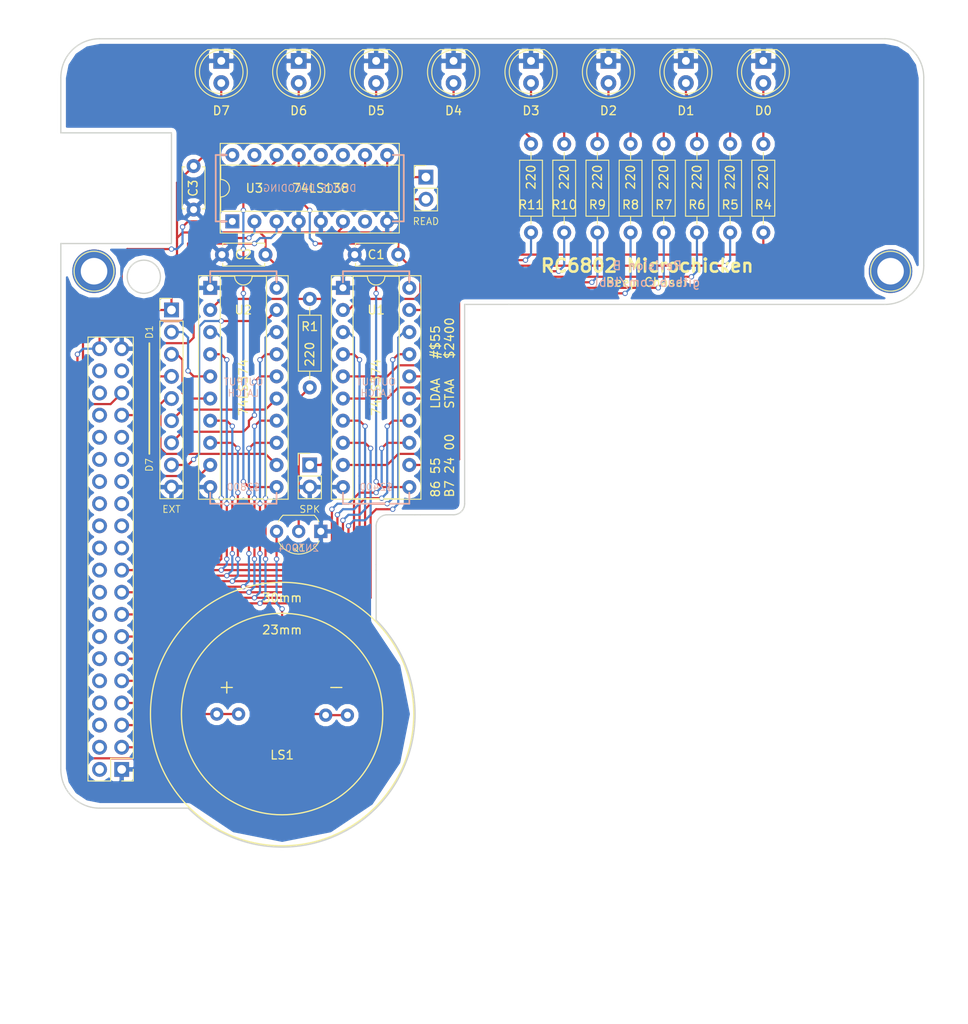
<source format=kicad_pcb>
(kicad_pcb (version 4) (host pcbnew 4.0.7)
  (layers (0 F.Cu signal) (31 B.Cu signal) (34 B.Paste user) (35 F.Paste user) (36 B.SilkS user) (37 F.SilkS user) (38 B.Mask user) (39 F.Mask user) (44 Edge.Cuts user))
  (net 0 "")
  (net 1 GND)
  (net 2 VCC)
  (net 3 "Net-(D1-Pad2)")
  (net 4 /D7)
  (net 5 /D6)
  (net 6 /D5)
  (net 7 /D4)
  (net 8 /D3)
  (net 9 /D2)
  (net 10 /D1)
  (net 11 /D0)
  (net 12 "Net-(R5-Pad2)")
  (net 13 "Net-(R6-Pad2)")
  (net 14 "Net-(R7-Pad2)")
  (net 15 "Net-(R8-Pad2)")
  (net 16 "Net-(R9-Pad2)")
  (net 17 "Net-(R10-Pad2)")
  (net 18 "Net-(R11-Pad2)")
  (net 19 "Net-(D0-Pad2)")
  (net 20 "Net-(D2-Pad2)")
  (net 21 "Net-(D3-Pad2)")
  (net 22 "Net-(D4-Pad2)")
  (net 23 "Net-(D5-Pad2)")
  (net 24 "Net-(D6-Pad2)")
  (net 25 "Net-(D7-Pad2)")
  (net 26 /IO2)
  (net 27 /IO1)
  (net 28 "Net-(R4-Pad2)")
  (net 29 "Net-(J1-Pad1)")
  (net 30 /R/~W)
  (net 31 IO1_W)
  (net 32 IO2_W)
  (net 33 "Net-(J3-Pad2)")
  (net 34 "Net-(J3-Pad3)")
  (net 35 "Net-(J3-Pad4)")
  (net 36 "Net-(J3-Pad5)")
  (net 37 "Net-(J3-Pad6)")
  (net 38 "Net-(J3-Pad7)")
  (net 39 "Net-(J3-Pad8)")
  (net 40 /IO1_R)
  (net 41 /IO2_R)
  (net 42 "Net-(LS1-Pad2)")
  (net 43 "Net-(Q1-Pad2)")
  (module Housings_DIP:DIP-20_W7.62mm_Socket (layer F.Cu) (at 117.475 76.835)
    (fp_text reference U2 (at 3.81 2.54) (layer F.SilkS))
    (fp_text value 74LS374 (at 3.81 11.43 90) (layer F.SilkS))
    (pad 1 thru_hole rect (at 0 0) (size 1.6 1.6) (drill 0.8) (layers *.Cu *.Mask) (net 1 GND))
    (pad 11 thru_hole oval (at 7.62 22.86) (size 1.6 1.6) (drill 0.8) (layers *.Cu *.Mask) (net 32 IO2_W))
    (pad 2 thru_hole oval (at 0 2.54) (size 1.6 1.6) (drill 0.8) (layers *.Cu *.Mask) (net 29 "Net-(J1-Pad1)"))
    (pad 12 thru_hole oval (at 7.62 20.32) (size 1.6 1.6) (drill 0.8) (layers *.Cu *.Mask) (net 36 "Net-(J3-Pad5)"))
    (pad 3 thru_hole oval (at 0 5.08) (size 1.6 1.6) (drill 0.8) (layers *.Cu *.Mask) (net 11 /D0))
    (pad 13 thru_hole oval (at 7.62 17.78) (size 1.6 1.6) (drill 0.8) (layers *.Cu *.Mask) (net 7 /D4))
    (pad 4 thru_hole oval (at 0 7.62) (size 1.6 1.6) (drill 0.8) (layers *.Cu *.Mask) (net 10 /D1))
    (pad 14 thru_hole oval (at 7.62 15.24) (size 1.6 1.6) (drill 0.8) (layers *.Cu *.Mask) (net 6 /D5))
    (pad 5 thru_hole oval (at 0 10.16) (size 1.6 1.6) (drill 0.8) (layers *.Cu *.Mask) (net 33 "Net-(J3-Pad2)"))
    (pad 15 thru_hole oval (at 7.62 12.7) (size 1.6 1.6) (drill 0.8) (layers *.Cu *.Mask) (net 37 "Net-(J3-Pad6)"))
    (pad 6 thru_hole oval (at 0 12.7) (size 1.6 1.6) (drill 0.8) (layers *.Cu *.Mask) (net 34 "Net-(J3-Pad3)"))
    (pad 16 thru_hole oval (at 7.62 10.16) (size 1.6 1.6) (drill 0.8) (layers *.Cu *.Mask) (net 38 "Net-(J3-Pad7)"))
    (pad 7 thru_hole oval (at 0 15.24) (size 1.6 1.6) (drill 0.8) (layers *.Cu *.Mask) (net 9 /D2))
    (pad 17 thru_hole oval (at 7.62 7.62) (size 1.6 1.6) (drill 0.8) (layers *.Cu *.Mask) (net 5 /D6))
    (pad 8 thru_hole oval (at 0 17.78) (size 1.6 1.6) (drill 0.8) (layers *.Cu *.Mask) (net 8 /D3))
    (pad 18 thru_hole oval (at 7.62 5.08) (size 1.6 1.6) (drill 0.8) (layers *.Cu *.Mask) (net 4 /D7))
    (pad 9 thru_hole oval (at 0 20.32) (size 1.6 1.6) (drill 0.8) (layers *.Cu *.Mask) (net 35 "Net-(J3-Pad4)"))
    (pad 19 thru_hole oval (at 7.62 2.54) (size 1.6 1.6) (drill 0.8) (layers *.Cu *.Mask) (net 39 "Net-(J3-Pad8)"))
    (pad 10 thru_hole oval (at 0 22.86) (size 1.6 1.6) (drill 0.8) (layers *.Cu *.Mask) (net 1 GND))
    (pad 20 thru_hole oval (at 7.62 0) (size 1.6 1.6) (drill 0.8) (layers *.Cu *.Mask) (net 2 VCC))
  )
  (module Pin_Headers:Pin_Header_Straight_2x20_Pitch2.54mm (layer F.Cu) (at 107.315 132.08 180)
    (fp_text reference J2)
    (fp_text value RC6802_UI_Port)
    (pad 1 thru_hole rect (at 0 0 180) (size 1.7 1.7) (drill 1) (layers *.Cu *.Mask) (net 1 GND))
    (pad 2 thru_hole oval (at 2.54 0 180) (size 1.7 1.7) (drill 1) (layers *.Cu *.Mask))
    (pad 3 thru_hole oval (at 0 2.54 180) (size 1.7 1.7) (drill 1) (layers *.Cu *.Mask) (net 4 /D7))
    (pad 4 thru_hole oval (at 2.54 2.54 180) (size 1.7 1.7) (drill 1) (layers *.Cu *.Mask))
    (pad 5 thru_hole oval (at 0 5.08 180) (size 1.7 1.7) (drill 1) (layers *.Cu *.Mask) (net 5 /D6))
    (pad 6 thru_hole oval (at 2.54 5.08 180) (size 1.7 1.7) (drill 1) (layers *.Cu *.Mask))
    (pad 7 thru_hole oval (at 0 7.62 180) (size 1.7 1.7) (drill 1) (layers *.Cu *.Mask) (net 6 /D5))
    (pad 8 thru_hole oval (at 2.54 7.62 180) (size 1.7 1.7) (drill 1) (layers *.Cu *.Mask))
    (pad 9 thru_hole oval (at 0 10.16 180) (size 1.7 1.7) (drill 1) (layers *.Cu *.Mask) (net 7 /D4))
    (pad 10 thru_hole oval (at 2.54 10.16 180) (size 1.7 1.7) (drill 1) (layers *.Cu *.Mask))
    (pad 11 thru_hole oval (at 0 12.7 180) (size 1.7 1.7) (drill 1) (layers *.Cu *.Mask) (net 8 /D3))
    (pad 12 thru_hole oval (at 2.54 12.7 180) (size 1.7 1.7) (drill 1) (layers *.Cu *.Mask))
    (pad 13 thru_hole oval (at 0 15.24 180) (size 1.7 1.7) (drill 1) (layers *.Cu *.Mask) (net 9 /D2))
    (pad 14 thru_hole oval (at 2.54 15.24 180) (size 1.7 1.7) (drill 1) (layers *.Cu *.Mask))
    (pad 15 thru_hole oval (at 0 17.78 180) (size 1.7 1.7) (drill 1) (layers *.Cu *.Mask) (net 10 /D1))
    (pad 16 thru_hole oval (at 2.54 17.78 180) (size 1.7 1.7) (drill 1) (layers *.Cu *.Mask))
    (pad 17 thru_hole oval (at 0 20.32 180) (size 1.7 1.7) (drill 1) (layers *.Cu *.Mask) (net 11 /D0))
    (pad 18 thru_hole oval (at 2.54 20.32 180) (size 1.7 1.7) (drill 1) (layers *.Cu *.Mask))
    (pad 19 thru_hole oval (at 0 22.86 180) (size 1.7 1.7) (drill 1) (layers *.Cu *.Mask) (net 30 /R/~W))
    (pad 20 thru_hole oval (at 2.54 22.86 180) (size 1.7 1.7) (drill 1) (layers *.Cu *.Mask))
    (pad 21 thru_hole oval (at 0 25.4 180) (size 1.7 1.7) (drill 1) (layers *.Cu *.Mask))
    (pad 22 thru_hole oval (at 2.54 25.4 180) (size 1.7 1.7) (drill 1) (layers *.Cu *.Mask))
    (pad 23 thru_hole oval (at 0 27.94 180) (size 1.7 1.7) (drill 1) (layers *.Cu *.Mask))
    (pad 24 thru_hole oval (at 2.54 27.94 180) (size 1.7 1.7) (drill 1) (layers *.Cu *.Mask))
    (pad 25 thru_hole oval (at 0 30.48 180) (size 1.7 1.7) (drill 1) (layers *.Cu *.Mask))
    (pad 26 thru_hole oval (at 2.54 30.48 180) (size 1.7 1.7) (drill 1) (layers *.Cu *.Mask))
    (pad 27 thru_hole oval (at 0 33.02 180) (size 1.7 1.7) (drill 1) (layers *.Cu *.Mask))
    (pad 28 thru_hole oval (at 2.54 33.02 180) (size 1.7 1.7) (drill 1) (layers *.Cu *.Mask))
    (pad 29 thru_hole oval (at 0 35.56 180) (size 1.7 1.7) (drill 1) (layers *.Cu *.Mask))
    (pad 30 thru_hole oval (at 2.54 35.56 180) (size 1.7 1.7) (drill 1) (layers *.Cu *.Mask))
    (pad 31 thru_hole oval (at 0 38.1 180) (size 1.7 1.7) (drill 1) (layers *.Cu *.Mask))
    (pad 32 thru_hole oval (at 2.54 38.1 180) (size 1.7 1.7) (drill 1) (layers *.Cu *.Mask))
    (pad 33 thru_hole oval (at 0 40.64 180) (size 1.7 1.7) (drill 1) (layers *.Cu *.Mask) (net 26 /IO2))
    (pad 34 thru_hole oval (at 2.54 40.64 180) (size 1.7 1.7) (drill 1) (layers *.Cu *.Mask))
    (pad 35 thru_hole oval (at 0 43.18 180) (size 1.7 1.7) (drill 1) (layers *.Cu *.Mask) (net 27 /IO1))
    (pad 36 thru_hole oval (at 2.54 43.18 180) (size 1.7 1.7) (drill 1) (layers *.Cu *.Mask))
    (pad 37 thru_hole oval (at 0 45.72 180) (size 1.7 1.7) (drill 1) (layers *.Cu *.Mask))
    (pad 38 thru_hole oval (at 2.54 45.72 180) (size 1.7 1.7) (drill 1) (layers *.Cu *.Mask))
    (pad 39 thru_hole oval (at 0 48.26 180) (size 1.7 1.7) (drill 1) (layers *.Cu *.Mask) (net 1 GND))
    (pad 40 thru_hole oval (at 2.54 48.26 180) (size 1.7 1.7) (drill 1) (layers *.Cu *.Mask) (net 2 VCC))
  )
  (module mounting:1pin (layer F.Cu) (at 195.58 74.93)
    (fp_text reference M3 hide)
    (fp_text value Mounting hide)
    (pad 1 thru_hole circle (at 0 0) (size 5 5) (drill 3.048) (layers *.Cu *.Mask))
  )
  (module mounting:1pin (layer F.Cu) (at 104.14 74.93)
    (fp_text reference M4 hide)
    (fp_text value Mounting hide)
    (pad 1 thru_hole circle (at 0 0) (size 5 5) (drill 3.048) (layers *.Cu *.Mask))
  )
  (module Capacitors_THT:C_Disc_D4.7mm_W2.5mm_P5.00mm (layer F.Cu) (at 139.065 73.025 180)
    (fp_text reference C1 (at 2.54 0 180) (layer F.SilkS))
    (fp_text value 100nF)
    (pad 1 thru_hole circle (at 0 0 180) (size 1.6 1.6) (drill 0.8) (layers *.Cu *.Mask) (net 2 VCC))
    (pad 2 thru_hole circle (at 5 0 180) (size 1.6 1.6) (drill 0.8) (layers *.Cu *.Mask) (net 1 GND))
  )
  (module Capacitors_THT:C_Disc_D4.7mm_W2.5mm_P5.00mm (layer F.Cu) (at 123.825 73.025 180)
    (fp_text reference C2 (at 2.54 0 180) (layer F.SilkS))
    (fp_text value 100nF)
    (pad 1 thru_hole circle (at 0 0 180) (size 1.6 1.6) (drill 0.8) (layers *.Cu *.Mask) (net 2 VCC))
    (pad 2 thru_hole circle (at 5 0 180) (size 1.6 1.6) (drill 0.8) (layers *.Cu *.Mask) (net 1 GND))
  )
  (module Resistors_THT:R_Axial_DIN0207_L6.3mm_D2.5mm_P10.16mm_Horizontal (layer F.Cu) (at 180.975 60.325 270)
    (fp_text reference R4 (at 6.985 0 360) (layer F.SilkS))
    (fp_text value 220 (at 3.81 0 270) (layer F.SilkS))
    (pad 1 thru_hole circle (at 0 0 270) (size 1.6 1.6) (drill 0.8) (layers *.Cu *.Mask) (net 19 "Net-(D0-Pad2)"))
    (pad 2 thru_hole oval (at 10.16 0 270) (size 1.6 1.6) (drill 0.8) (layers *.Cu *.Mask) (net 28 "Net-(R4-Pad2)"))
  )
  (module Resistors_THT:R_Axial_DIN0207_L6.3mm_D2.5mm_P10.16mm_Horizontal (layer F.Cu) (at 177.165 60.325 270)
    (fp_text reference R5 (at 6.985 0 360) (layer F.SilkS))
    (fp_text value 220 (at 3.81 0 270) (layer F.SilkS))
    (pad 1 thru_hole circle (at 0 0 270) (size 1.6 1.6) (drill 0.8) (layers *.Cu *.Mask) (net 3 "Net-(D1-Pad2)"))
    (pad 2 thru_hole oval (at 10.16 0 270) (size 1.6 1.6) (drill 0.8) (layers *.Cu *.Mask) (net 12 "Net-(R5-Pad2)"))
  )
  (module Resistors_THT:R_Axial_DIN0207_L6.3mm_D2.5mm_P10.16mm_Horizontal (layer F.Cu) (at 173.355 60.325 270)
    (fp_text reference R6 (at 6.985 0 360) (layer F.SilkS))
    (fp_text value 220 (at 3.81 0 270) (layer F.SilkS))
    (pad 1 thru_hole circle (at 0 0 270) (size 1.6 1.6) (drill 0.8) (layers *.Cu *.Mask) (net 20 "Net-(D2-Pad2)"))
    (pad 2 thru_hole oval (at 10.16 0 270) (size 1.6 1.6) (drill 0.8) (layers *.Cu *.Mask) (net 13 "Net-(R6-Pad2)"))
  )
  (module Resistors_THT:R_Axial_DIN0207_L6.3mm_D2.5mm_P10.16mm_Horizontal (layer F.Cu) (at 169.545 60.325 270)
    (fp_text reference R7 (at 6.985 0 360) (layer F.SilkS))
    (fp_text value 220 (at 3.81 0 270) (layer F.SilkS))
    (pad 1 thru_hole circle (at 0 0 270) (size 1.6 1.6) (drill 0.8) (layers *.Cu *.Mask) (net 21 "Net-(D3-Pad2)"))
    (pad 2 thru_hole oval (at 10.16 0 270) (size 1.6 1.6) (drill 0.8) (layers *.Cu *.Mask) (net 14 "Net-(R7-Pad2)"))
  )
  (module Resistors_THT:R_Axial_DIN0207_L6.3mm_D2.5mm_P10.16mm_Horizontal (layer F.Cu) (at 165.735 60.325 270)
    (fp_text reference R8 (at 6.985 0 360) (layer F.SilkS))
    (fp_text value 220 (at 3.81 0 270) (layer F.SilkS))
    (pad 1 thru_hole circle (at 0 0 270) (size 1.6 1.6) (drill 0.8) (layers *.Cu *.Mask) (net 22 "Net-(D4-Pad2)"))
    (pad 2 thru_hole oval (at 10.16 0 270) (size 1.6 1.6) (drill 0.8) (layers *.Cu *.Mask) (net 15 "Net-(R8-Pad2)"))
  )
  (module Resistors_THT:R_Axial_DIN0207_L6.3mm_D2.5mm_P10.16mm_Horizontal (layer F.Cu) (at 161.925 60.325 270)
    (fp_text reference R9 (at 6.985 0 360) (layer F.SilkS))
    (fp_text value 220 (at 3.81 0 270) (layer F.SilkS))
    (pad 1 thru_hole circle (at 0 0 270) (size 1.6 1.6) (drill 0.8) (layers *.Cu *.Mask) (net 23 "Net-(D5-Pad2)"))
    (pad 2 thru_hole oval (at 10.16 0 270) (size 1.6 1.6) (drill 0.8) (layers *.Cu *.Mask) (net 16 "Net-(R9-Pad2)"))
  )
  (module Resistors_THT:R_Axial_DIN0207_L6.3mm_D2.5mm_P10.16mm_Horizontal (layer F.Cu) (at 158.115 60.325 270)
    (fp_text reference R10 (at 6.985 0 360) (layer F.SilkS))
    (fp_text value 220 (at 3.81 0 270) (layer F.SilkS))
    (pad 1 thru_hole circle (at 0 0 270) (size 1.6 1.6) (drill 0.8) (layers *.Cu *.Mask) (net 24 "Net-(D6-Pad2)"))
    (pad 2 thru_hole oval (at 10.16 0 270) (size 1.6 1.6) (drill 0.8) (layers *.Cu *.Mask) (net 17 "Net-(R10-Pad2)"))
  )
  (module Resistors_THT:R_Axial_DIN0207_L6.3mm_D2.5mm_P10.16mm_Horizontal (layer F.Cu) (at 154.305 60.325 270)
    (fp_text reference R11 (at 6.985 0 360) (layer F.SilkS))
    (fp_text value 220 (at 3.81 0 270) (layer F.SilkS))
    (pad 1 thru_hole circle (at 0 0 270) (size 1.6 1.6) (drill 0.8) (layers *.Cu *.Mask) (net 25 "Net-(D7-Pad2)"))
    (pad 2 thru_hole oval (at 10.16 0 270) (size 1.6 1.6) (drill 0.8) (layers *.Cu *.Mask) (net 18 "Net-(R11-Pad2)"))
  )
  (module Housings_DIP:DIP-20_W7.62mm_Socket (layer F.Cu) (at 132.715 76.835)
    (fp_text reference U1 (at 3.81 2.54) (layer F.SilkS))
    (fp_text value 74LS374 (at 3.81 11.43 90) (layer F.SilkS))
    (pad 1 thru_hole rect (at 0 0) (size 1.6 1.6) (drill 0.8) (layers *.Cu *.Mask) (net 1 GND))
    (pad 11 thru_hole oval (at 7.62 22.86) (size 1.6 1.6) (drill 0.8) (layers *.Cu *.Mask) (net 31 IO1_W))
    (pad 2 thru_hole oval (at 0 2.54) (size 1.6 1.6) (drill 0.8) (layers *.Cu *.Mask) (net 28 "Net-(R4-Pad2)"))
    (pad 12 thru_hole oval (at 7.62 20.32) (size 1.6 1.6) (drill 0.8) (layers *.Cu *.Mask) (net 15 "Net-(R8-Pad2)"))
    (pad 3 thru_hole oval (at 0 5.08) (size 1.6 1.6) (drill 0.8) (layers *.Cu *.Mask) (net 11 /D0))
    (pad 13 thru_hole oval (at 7.62 17.78) (size 1.6 1.6) (drill 0.8) (layers *.Cu *.Mask) (net 7 /D4))
    (pad 4 thru_hole oval (at 0 7.62) (size 1.6 1.6) (drill 0.8) (layers *.Cu *.Mask) (net 10 /D1))
    (pad 14 thru_hole oval (at 7.62 15.24) (size 1.6 1.6) (drill 0.8) (layers *.Cu *.Mask) (net 6 /D5))
    (pad 5 thru_hole oval (at 0 10.16) (size 1.6 1.6) (drill 0.8) (layers *.Cu *.Mask) (net 12 "Net-(R5-Pad2)"))
    (pad 15 thru_hole oval (at 7.62 12.7) (size 1.6 1.6) (drill 0.8) (layers *.Cu *.Mask) (net 16 "Net-(R9-Pad2)"))
    (pad 6 thru_hole oval (at 0 12.7) (size 1.6 1.6) (drill 0.8) (layers *.Cu *.Mask) (net 13 "Net-(R6-Pad2)"))
    (pad 16 thru_hole oval (at 7.62 10.16) (size 1.6 1.6) (drill 0.8) (layers *.Cu *.Mask) (net 17 "Net-(R10-Pad2)"))
    (pad 7 thru_hole oval (at 0 15.24) (size 1.6 1.6) (drill 0.8) (layers *.Cu *.Mask) (net 9 /D2))
    (pad 17 thru_hole oval (at 7.62 7.62) (size 1.6 1.6) (drill 0.8) (layers *.Cu *.Mask) (net 5 /D6))
    (pad 8 thru_hole oval (at 0 17.78) (size 1.6 1.6) (drill 0.8) (layers *.Cu *.Mask) (net 8 /D3))
    (pad 18 thru_hole oval (at 7.62 5.08) (size 1.6 1.6) (drill 0.8) (layers *.Cu *.Mask) (net 4 /D7))
    (pad 9 thru_hole oval (at 0 20.32) (size 1.6 1.6) (drill 0.8) (layers *.Cu *.Mask) (net 14 "Net-(R7-Pad2)"))
    (pad 19 thru_hole oval (at 7.62 2.54) (size 1.6 1.6) (drill 0.8) (layers *.Cu *.Mask) (net 18 "Net-(R11-Pad2)"))
    (pad 10 thru_hole oval (at 0 22.86) (size 1.6 1.6) (drill 0.8) (layers *.Cu *.Mask) (net 1 GND))
    (pad 20 thru_hole oval (at 7.62 0) (size 1.6 1.6) (drill 0.8) (layers *.Cu *.Mask) (net 2 VCC))
  )
  (module LEDs:LED_D5.0mm (layer F.Cu) (at 180.975 50.8 270)
    (fp_text reference D0 (at 5.715 0 360) (layer F.SilkS))
    (fp_text value LED hide)
    (pad 1 thru_hole rect (at 0 0 270) (size 1.8 1.8) (drill 0.9) (layers *.Cu *.Mask) (net 1 GND))
    (pad 2 thru_hole circle (at 2.54 0 270) (size 1.8 1.8) (drill 0.9) (layers *.Cu *.Mask) (net 19 "Net-(D0-Pad2)"))
  )
  (module LEDs:LED_D5.0mm (layer F.Cu) (at 163.195 50.8 270)
    (fp_text reference D2 (at 5.715 0 360) (layer F.SilkS))
    (fp_text value LED hide)
    (pad 1 thru_hole rect (at 0 0 270) (size 1.8 1.8) (drill 0.9) (layers *.Cu *.Mask) (net 1 GND))
    (pad 2 thru_hole circle (at 2.54 0 270) (size 1.8 1.8) (drill 0.9) (layers *.Cu *.Mask) (net 20 "Net-(D2-Pad2)"))
  )
  (module LEDs:LED_D5.0mm (layer F.Cu) (at 154.305 50.8 270)
    (fp_text reference D3 (at 5.715 0 360) (layer F.SilkS))
    (fp_text value LED hide)
    (pad 1 thru_hole rect (at 0 0 270) (size 1.8 1.8) (drill 0.9) (layers *.Cu *.Mask) (net 1 GND))
    (pad 2 thru_hole circle (at 2.54 0 270) (size 1.8 1.8) (drill 0.9) (layers *.Cu *.Mask) (net 21 "Net-(D3-Pad2)"))
  )
  (module LEDs:LED_D5.0mm (layer F.Cu) (at 145.415 50.8 270)
    (fp_text reference D4 (at 5.715 0 360) (layer F.SilkS))
    (fp_text value LED hide)
    (pad 1 thru_hole rect (at 0 0 270) (size 1.8 1.8) (drill 0.9) (layers *.Cu *.Mask) (net 1 GND))
    (pad 2 thru_hole circle (at 2.54 0 270) (size 1.8 1.8) (drill 0.9) (layers *.Cu *.Mask) (net 22 "Net-(D4-Pad2)"))
  )
  (module LEDs:LED_D5.0mm (layer F.Cu) (at 136.525 50.8 270)
    (fp_text reference D5 (at 5.715 0 360) (layer F.SilkS))
    (fp_text value LED hide)
    (pad 1 thru_hole rect (at 0 0 270) (size 1.8 1.8) (drill 0.9) (layers *.Cu *.Mask) (net 1 GND))
    (pad 2 thru_hole circle (at 2.54 0 270) (size 1.8 1.8) (drill 0.9) (layers *.Cu *.Mask) (net 23 "Net-(D5-Pad2)"))
  )
  (module LEDs:LED_D5.0mm (layer F.Cu) (at 127.635 50.8 270)
    (fp_text reference D6 (at 5.715 0 360) (layer F.SilkS))
    (fp_text value LED hide)
    (pad 1 thru_hole rect (at 0 0 270) (size 1.8 1.8) (drill 0.9) (layers *.Cu *.Mask) (net 1 GND))
    (pad 2 thru_hole circle (at 2.54 0 270) (size 1.8 1.8) (drill 0.9) (layers *.Cu *.Mask) (net 24 "Net-(D6-Pad2)"))
  )
  (module LEDs:LED_D5.0mm (layer F.Cu) (at 118.745 50.8 270)
    (fp_text reference D7 (at 5.715 0 360) (layer F.SilkS))
    (fp_text value LED hide)
    (pad 1 thru_hole rect (at 0 0 270) (size 1.8 1.8) (drill 0.9) (layers *.Cu *.Mask) (net 1 GND))
    (pad 2 thru_hole circle (at 2.54 0 270) (size 1.8 1.8) (drill 0.9) (layers *.Cu *.Mask) (net 25 "Net-(D7-Pad2)"))
  )
  (module LEDs:LED_D5.0mm (layer F.Cu) (at 172.085 50.8 270)
    (fp_text reference D1 (at 5.715 0 360) (layer F.SilkS))
    (fp_text value LED hide)
    (pad 1 thru_hole rect (at 0 0 270) (size 1.8 1.8) (drill 0.9) (layers *.Cu *.Mask) (net 1 GND))
    (pad 2 thru_hole circle (at 2.54 0 270) (size 1.8 1.8) (drill 0.9) (layers *.Cu *.Mask) (net 3 "Net-(D1-Pad2)"))
  )
  (module Resistors_THT:R_Axial_DIN0207_L6.3mm_D2.5mm_P10.16mm_Horizontal (layer F.Cu) (at 128.905 88.265 90)
    (fp_text reference R1 (at 6.985 0 180) (layer F.SilkS))
    (fp_text value 220 (at 3.81 0 90) (layer F.SilkS))
    (pad 1 thru_hole circle (at 0 0 90) (size 1.6 1.6) (drill 0.8) (layers *.Cu *.Mask) (net 43 "Net-(Q1-Pad2)"))
    (pad 2 thru_hole oval (at 10.16 0 90) (size 1.6 1.6) (drill 0.8) (layers *.Cu *.Mask) (net 29 "Net-(J1-Pad1)"))
  )
  (module Capacitors_THT:C_Disc_D4.7mm_W2.5mm_P5.00mm (layer F.Cu) (at 115.57 62.865 270)
    (fp_text reference C3 (at 2.54 0.058564 270) (layer F.SilkS))
    (fp_text value 100nF)
    (pad 1 thru_hole circle (at 0 0 270) (size 1.6 1.6) (drill 0.8) (layers *.Cu *.Mask) (net 2 VCC))
    (pad 2 thru_hole circle (at 5 0 270) (size 1.6 1.6) (drill 0.8) (layers *.Cu *.Mask) (net 1 GND))
  )
  (module Pin_Headers:Pin_Header_Straight_1x02_Pitch2.54mm (layer F.Cu) (at 128.905 97.155)
    (fp_text reference J1)
    (fp_text value SPK (at 0 5.08) (layer F.SilkS) (effects (font (size 0.8 0.8) (thickness 0.1))))
    (pad 1 thru_hole rect (at 0 0) (size 1.7 1.7) (drill 1) (layers *.Cu *.Mask) (net 29 "Net-(J1-Pad1)"))
    (pad 2 thru_hole oval (at 0 2.54) (size 1.7 1.7) (drill 1) (layers *.Cu *.Mask) (net 1 GND))
  )
  (module Housings_DIP:DIP-16_W7.62mm_Socket (layer F.Cu) (at 120.015 69.215 90)
    (fp_text reference U3 (at 3.81 2.54 180) (layer F.SilkS))
    (fp_text value 74LS138 (at 3.81 10.16 180) (layer F.SilkS))
    (pad 1 thru_hole rect (at 0 0 90) (size 1.6 1.6) (drill 0.8) (layers *.Cu *.Mask) (net 27 /IO1))
    (pad 9 thru_hole oval (at 7.62 17.78 90) (size 1.6 1.6) (drill 0.8) (layers *.Cu *.Mask) (net 40 /IO1_R))
    (pad 2 thru_hole oval (at 0 2.54 90) (size 1.6 1.6) (drill 0.8) (layers *.Cu *.Mask) (net 26 /IO2))
    (pad 10 thru_hole oval (at 7.62 15.24 90) (size 1.6 1.6) (drill 0.8) (layers *.Cu *.Mask) (net 41 /IO2_R))
    (pad 3 thru_hole oval (at 0 5.08 90) (size 1.6 1.6) (drill 0.8) (layers *.Cu *.Mask) (net 30 /R/~W))
    (pad 11 thru_hole oval (at 7.62 12.7 90) (size 1.6 1.6) (drill 0.8) (layers *.Cu *.Mask))
    (pad 4 thru_hole oval (at 0 7.62 90) (size 1.6 1.6) (drill 0.8) (layers *.Cu *.Mask) (net 1 GND))
    (pad 12 thru_hole oval (at 7.62 10.16 90) (size 1.6 1.6) (drill 0.8) (layers *.Cu *.Mask))
    (pad 5 thru_hole oval (at 0 10.16 90) (size 1.6 1.6) (drill 0.8) (layers *.Cu *.Mask) (net 1 GND))
    (pad 13 thru_hole oval (at 7.62 7.62 90) (size 1.6 1.6) (drill 0.8) (layers *.Cu *.Mask) (net 31 IO1_W))
    (pad 6 thru_hole oval (at 0 12.7 90) (size 1.6 1.6) (drill 0.8) (layers *.Cu *.Mask) (net 2 VCC))
    (pad 14 thru_hole oval (at 7.62 5.08 90) (size 1.6 1.6) (drill 0.8) (layers *.Cu *.Mask) (net 32 IO2_W))
    (pad 7 thru_hole oval (at 0 15.24 90) (size 1.6 1.6) (drill 0.8) (layers *.Cu *.Mask))
    (pad 15 thru_hole oval (at 7.62 2.54 90) (size 1.6 1.6) (drill 0.8) (layers *.Cu *.Mask))
    (pad 8 thru_hole oval (at 0 17.78 90) (size 1.6 1.6) (drill 0.8) (layers *.Cu *.Mask) (net 1 GND))
    (pad 16 thru_hole oval (at 7.62 0 90) (size 1.6 1.6) (drill 0.8) (layers *.Cu *.Mask) (net 2 VCC))
  )
  (module Pin_Headers:Pin_Header_Straight_1x09_Pitch2.54mm (layer F.Cu) (at 113.03 79.375)
    (fp_text reference J3)
    (fp_text value EXT (at 0 22.86) (layer F.SilkS) (effects (font (size 0.8 0.8) (thickness 0.1))))
    (pad 1 thru_hole rect (at 0 0) (size 1.7 1.7) (drill 1) (layers *.Cu *.Mask) (net 2 VCC))
    (pad 2 thru_hole oval (at 0 2.54) (size 1.7 1.7) (drill 1) (layers *.Cu *.Mask) (net 33 "Net-(J3-Pad2)"))
    (pad 3 thru_hole oval (at 0 5.08) (size 1.7 1.7) (drill 1) (layers *.Cu *.Mask) (net 34 "Net-(J3-Pad3)"))
    (pad 4 thru_hole oval (at 0 7.62) (size 1.7 1.7) (drill 1) (layers *.Cu *.Mask) (net 35 "Net-(J3-Pad4)"))
    (pad 5 thru_hole oval (at 0 10.16) (size 1.7 1.7) (drill 1) (layers *.Cu *.Mask) (net 36 "Net-(J3-Pad5)"))
    (pad 6 thru_hole oval (at 0 12.7) (size 1.7 1.7) (drill 1) (layers *.Cu *.Mask) (net 37 "Net-(J3-Pad6)"))
    (pad 7 thru_hole oval (at 0 15.24) (size 1.7 1.7) (drill 1) (layers *.Cu *.Mask) (net 38 "Net-(J3-Pad7)"))
    (pad 8 thru_hole oval (at 0 17.78) (size 1.7 1.7) (drill 1) (layers *.Cu *.Mask) (net 39 "Net-(J3-Pad8)"))
    (pad 9 thru_hole oval (at 0 20.32) (size 1.7 1.7) (drill 1) (layers *.Cu *.Mask) (net 1 GND))
  )
  (module Pin_Headers:Pin_Header_Straight_1x02_Pitch2.54mm (layer F.Cu) (at 142.24 64.135)
    (fp_text reference J4)
    (fp_text value READ (at 0 5.08) (layer F.SilkS) (effects (font (size 0.8 0.8) (thickness 0.1))))
    (pad 1 thru_hole rect (at 0 0) (size 1.7 1.7) (drill 1) (layers *.Cu *.Mask) (net 40 /IO1_R))
    (pad 2 thru_hole oval (at 0 2.54) (size 1.7 1.7) (drill 1) (layers *.Cu *.Mask) (net 41 /IO2_R))
  )
  (module TO_SOT_Packages_THT:TO-92_Inline_Wide (layer F.Cu) (at 130.175 104.775 180)
    (fp_text reference Q1 (at 2.54 -1.905 180) (layer F.SilkS) (effects (font (size 0.8 0.8) (thickness 0.1))))
    (fp_text value 2N3904 (at 2.54 -1.905 180) (layer B.SilkS) (effects (font (size 0.8 0.8) (thickness 0.1)) (justify mirror)))
    (pad 2 thru_hole circle (at 2.54 0 270) (size 1.52 1.52) (drill 0.8) (layers *.Cu *.Mask) (net 43 "Net-(Q1-Pad2)"))
    (pad 3 thru_hole circle (at 5.08 0 270) (size 1.52 1.52) (drill 0.8) (layers *.Cu *.Mask) (net 42 "Net-(LS1-Pad2)"))
    (pad 1 thru_hole rect (at 0 0 270) (size 1.52 1.52) (drill 0.8) (layers *.Cu *.Mask) (net 1 GND))
  )
  (module Speaker:Mini_Speaker (layer F.Cu) (at 125.73 125.73)
    (fp_text reference LS1 (at 0 4.699) (layer F.SilkS))
    (fp_text value Speaker)
    (fp_text user 23mm (at 0 -9.652) (layer F.SilkS))
    (fp_text user 30mm (at 0 -13.335) (layer F.SilkS))
    (pad 2 thru_hole circle (at 5 0.127) (size 1.524 1.524) (drill 0.762) (layers *.Cu *.Mask) (net 42 "Net-(LS1-Pad2)"))
    (pad 1 thru_hole circle (at -5 0) (size 1.524 1.524) (drill 0.762) (layers *.Cu *.Mask) (net 2 VCC))
    (pad 1 thru_hole circle (at -7.5 0) (size 1.524 1.524) (drill 0.762) (layers *.Cu *.Mask) (net 2 VCC))
    (pad 2 thru_hole circle (at 7.5 0.127) (size 1.524 1.524) (drill 0.762) (layers *.Cu *.Mask) (net 42 "Net-(LS1-Pad2)"))
  )
  (gr_line (start 110.49 95.885) (end 110.49 83.185) (angle 90) (layer F.SilkS) (width 0.2))
  (gr_text D7 (at 110.49 97.155 90) (layer F.SilkS) (effects (font (size 0.8 0.8) (thickness 0.1))))
  (gr_text D1 (at 110.49 81.915 90) (layer F.SilkS) (effects (font (size 0.8 0.8) (thickness 0.1))))
  (gr_text "Beep Chaser" (at 167.64 76.2) (layer F.SilkS) (effects (font (size 1 1))))
  (gr_text "#$55\n$2400" (at 144.145 85.09 90) (layer F.SilkS) (effects (font (size 1 1)) (justify left)))
  (gr_text "LDAA\nSTAA" (at 144.145 90.805 90) (layer F.SilkS) (effects (font (size 1 1)) (justify left)))
  (gr_text "86 55\nB7 24 00" (at 144.145 100.965 90) (layer F.SilkS) (effects (font (size 1 1)) (justify left)))
  (gr_text $2800 (at 121.285 99.695) (layer B.SilkS) (effects (font (size 0.8 0.8) (thickness 0.1)) (justify mirror)))
  (gr_text $2400 (at 136.525 99.695) (layer B.SilkS) (effects (font (size 0.8 0.8) (thickness 0.1)) (justify mirror)))
  (gr_text "DEVICE DECODING" (at 128.905 65.405) (layer B.SilkS) (effects (font (size 0.8 0.8) (thickness 0.1)) (justify mirror)))
  (gr_text "OUTPUT\nLATCH" (at 136.525 88.265) (layer B.SilkS) (effects (font (size 0.8 0.8) (thickness 0.1)) (justify mirror)))
  (gr_text "OUTPUT\nLATCH" (at 121.285 88.265) (layer B.SilkS) (effects (font (size 0.8 0.8) (thickness 0.1)) (justify mirror)))
  (gr_line (start 139.7 69.215) (end 138.43 69.215) (angle 90) (layer B.SilkS) (width 0.2))
  (gr_line (start 139.7 61.595) (end 139.7 69.215) (angle 90) (layer B.SilkS) (width 0.2))
  (gr_line (start 138.43 61.595) (end 139.7 61.595) (angle 90) (layer B.SilkS) (width 0.2))
  (gr_line (start 118.11 61.595) (end 119.38 61.595) (angle 90) (layer B.SilkS) (width 0.2))
  (gr_line (start 118.11 69.215) (end 118.11 61.595) (angle 90) (layer B.SilkS) (width 0.2))
  (gr_line (start 119.38 69.215) (end 118.11 69.215) (angle 90) (layer B.SilkS) (width 0.2))
  (gr_line (start 140.335 74.93) (end 140.335 76.2) (angle 90) (layer B.SilkS) (width 0.2))
  (gr_line (start 132.715 74.93) (end 140.335 74.93) (angle 90) (layer B.SilkS) (width 0.2))
  (gr_line (start 132.715 76.2) (end 132.715 74.93) (angle 90) (layer B.SilkS) (width 0.2))
  (gr_line (start 140.335 101.6) (end 140.335 100.33) (angle 90) (layer B.SilkS) (width 0.2))
  (gr_line (start 132.715 101.6) (end 140.335 101.6) (angle 90) (layer B.SilkS) (width 0.2))
  (gr_line (start 132.715 100.33) (end 132.715 101.6) (angle 90) (layer B.SilkS) (width 0.2))
  (gr_line (start 125.095 101.6) (end 125.095 100.33) (angle 90) (layer B.SilkS) (width 0.2))
  (gr_line (start 117.475 101.6) (end 125.095 101.6) (angle 90) (layer B.SilkS) (width 0.2))
  (gr_line (start 117.475 100.33) (end 117.475 101.6) (angle 90) (layer B.SilkS) (width 0.2))
  (gr_line (start 125.095 74.93) (end 125.095 76.2) (angle 90) (layer B.SilkS) (width 0.2))
  (gr_line (start 117.475 74.93) (end 125.095 74.93) (angle 90) (layer B.SilkS) (width 0.2))
  (gr_line (start 117.475 76.2) (end 117.475 74.93) (angle 90) (layer B.SilkS) (width 0.2))
  (gr_line (start 146.685 78.74) (end 151.765 78.74) (angle 90) (layer Edge.Cuts) (width 0.15))
  (gr_line (start 146.685 101.6) (end 146.685 78.74) (angle 90) (layer Edge.Cuts) (width 0.15))
  (gr_line (start 141.605 102.87) (end 145.415 102.87) (angle 90) (layer Edge.Cuts) (width 0.15))
  (gr_arc (start 145.415 101.6) (end 146.685 101.6) (angle 90) (layer Edge.Cuts) (width 0.15))
  (gr_line (start 136.525 104.14) (end 136.525 108.585) (angle 90) (layer Edge.Cuts) (width 0.15))
  (gr_line (start 140.97 102.87) (end 137.795 102.87) (angle 90) (layer Edge.Cuts) (width 0.15))
  (gr_arc (start 137.795 104.14) (end 136.525 104.14) (angle 90) (layer Edge.Cuts) (width 0.15))
  (gr_line (start 140.97 102.87) (end 141.605 102.87) (angle 90) (layer Edge.Cuts) (width 0.15))
  (gr_circle (center 109.855 75.565) (end 109.855 73.66) (layer Edge.Cuts) (width 0.15))
  (gr_line (start 199.39 66.675) (end 199.39 52.705) (angle 90) (layer Edge.Cuts) (width 0.15))
  (gr_line (start 113.03 59.055) (end 113.03 62.23) (angle 90) (layer Edge.Cuts) (width 0.15))
  (gr_line (start 100.33 59.055) (end 113.03 59.055) (angle 90) (layer Edge.Cuts) (width 0.15))
  (gr_arc (start 104.775 52.705) (end 100.33 52.705) (angle 90) (layer Edge.Cuts) (width 0.15))
  (gr_line (start 100.33 59.055) (end 100.33 52.705) (angle 90) (layer Edge.Cuts) (width 0.15))
  (gr_line (start 104.775 48.26) (end 194.945 48.26) (angle 90) (layer Edge.Cuts) (width 0.15))
  (gr_line (start 100.33 71.755) (end 100.33 74.93) (angle 90) (layer Edge.Cuts) (width 0.15))
  (gr_line (start 113.03 71.755) (end 113.03 62.23) (angle 90) (layer Edge.Cuts) (width 0.15))
  (gr_line (start 113.03 71.755) (end 100.33 71.755) (angle 90) (layer Edge.Cuts) (width 0.15))
  (gr_text "Revision B" (at 167.64 74.295) (layer B.SilkS) (effects (font (size 1 1)) (justify mirror)))
  (gr_text github.com/tebl (at 167.64 76.2) (layer B.SilkS) (effects (font (size 1 1)) (justify mirror)))
  (gr_text "RC6802 Microchicken" (at 167.64 74.295) (layer F.SilkS) (effects (font (size 1.5 1.5) (thickness 0.3))))
  (gr_line (start 199.39 74.295) (end 199.39 66.675) (angle 90) (layer Edge.Cuts) (width 0.15))
  (gr_line (start 194.945 78.74) (end 151.765 78.74) (angle 90) (layer Edge.Cuts) (width 0.15))
  (gr_arc (start 194.945 74.295) (end 199.39 74.295) (angle 90) (layer Edge.Cuts) (width 0.15))
  (gr_line (start 136.525 108.585) (end 136.525 109.22) (angle 90) (layer Edge.Cuts) (width 0.15))
  (gr_line (start 136.525 114.935) (end 136.525 109.22) (angle 90) (layer Edge.Cuts) (width 0.15))
  (gr_line (start 100.33 132.08) (end 100.33 74.93) (angle 90) (layer Edge.Cuts) (width 0.15))
  (gr_arc (start 125.73 125.73) (end 136.525 114.935) (angle 90) (layer Edge.Cuts) (width 0.15))
  (gr_line (start 114.935 136.525) (end 104.775 136.525) (angle 90) (layer Edge.Cuts) (width 0.15))
  (gr_arc (start 104.775 132.08) (end 104.775 136.525) (angle 90) (layer Edge.Cuts) (width 0.15))
  (gr_arc (start 125.73 125.73) (end 136.525 136.525) (angle 90) (layer Edge.Cuts) (width 0.15))
  (gr_arc (start 194.945 52.705) (end 194.945 48.26) (angle 90) (layer Edge.Cuts) (width 0.15))
  (segment (start 103.505 83.82) (end 102.87 83.82) (width 0.25) (layer B.Cu) (net 2))
  (segment (start 102.235 130.175) (end 102.87 130.81) (width 0.25) (layer F.Cu) (net 2))
  (segment (start 102.235 84.455) (end 102.235 130.175) (width 0.25) (layer F.Cu) (net 2))
  (via (at 102.235 84.455) (size 0.6) (drill 0.4) (layers F.Cu B.Cu) (net 2))
  (segment (start 102.87 83.82) (end 102.235 84.455) (width 0.25) (layer B.Cu) (net 2))
  (segment (start 116.205 125.73) (end 115.57 126.365) (width 0.25) (layer F.Cu) (net 2))
  (segment (start 118.23 125.73) (end 116.205 125.73) (width 0.25) (layer F.Cu) (net 2))
  (segment (start 114.935 130.81) (end 102.87 130.81) (width 0.25) (layer F.Cu) (net 2))
  (segment (start 115.57 130.175) (end 114.935 130.81) (width 0.25) (layer F.Cu) (net 2))
  (segment (start 115.57 126.365) (end 115.57 130.175) (width 0.25) (layer F.Cu) (net 2))
  (segment (start 103.505 83.82) (end 104.775 83.82) (width 0.25) (layer B.Cu) (net 2))
  (segment (start 118.23 125.73) (end 120.73 125.73) (width 0.25) (layer F.Cu) (net 2))
  (segment (start 113.03 79.375) (end 113.03 73.66) (width 0.25) (layer F.Cu) (net 2))
  (segment (start 113.03 73.66) (end 113.665 73.025) (width 0.25) (layer F.Cu) (net 2))
  (segment (start 132.08 70.485) (end 138.43 70.485) (width 0.25) (layer F.Cu) (net 2))
  (segment (start 139.065 71.12) (end 139.065 73.025) (width 0.25) (layer F.Cu) (net 2))
  (segment (start 138.43 70.485) (end 139.065 71.12) (width 0.25) (layer F.Cu) (net 2))
  (segment (start 123.825 73.025) (end 123.825 71.12) (width 0.25) (layer F.Cu) (net 2))
  (segment (start 123.825 71.12) (end 123.19 70.485) (width 0.25) (layer F.Cu) (net 2))
  (segment (start 113.665 71.12) (end 114.3 70.485) (width 0.25) (layer F.Cu) (net 2))
  (segment (start 114.3 70.485) (end 123.19 70.485) (width 0.25) (layer F.Cu) (net 2))
  (segment (start 132.08 70.485) (end 132.715 69.85) (width 0.25) (layer F.Cu) (net 2))
  (segment (start 123.19 70.485) (end 132.08 70.485) (width 0.25) (layer F.Cu) (net 2))
  (segment (start 132.715 69.85) (end 132.715 69.215) (width 0.25) (layer F.Cu) (net 2))
  (segment (start 123.825 73.025) (end 123.825 72.39) (width 0.25) (layer F.Cu) (net 2))
  (segment (start 115.57 62.865) (end 113.665 64.77) (width 0.25) (layer F.Cu) (net 2))
  (segment (start 113.665 64.77) (end 113.665 71.12) (width 0.25) (layer F.Cu) (net 2))
  (segment (start 113.665 71.12) (end 113.665 71.755) (width 0.25) (layer F.Cu) (net 2))
  (segment (start 113.665 71.755) (end 113.665 73.025) (width 0.25) (layer F.Cu) (net 2))
  (segment (start 113.665 78.74) (end 113.03 79.375) (width 0.25) (layer F.Cu) (net 2))
  (segment (start 120.015 61.595) (end 116.84 61.595) (width 0.25) (layer F.Cu) (net 2))
  (segment (start 116.84 61.595) (end 115.57 62.865) (width 0.25) (layer F.Cu) (net 2))
  (segment (start 140.335 76.835) (end 140.335 74.295) (width 0.25) (layer F.Cu) (net 2))
  (segment (start 140.335 74.295) (end 139.065 73.025) (width 0.25) (layer F.Cu) (net 2))
  (segment (start 125.095 76.835) (end 125.095 74.295) (width 0.25) (layer F.Cu) (net 2))
  (segment (start 125.095 74.295) (end 123.825 73.025) (width 0.25) (layer F.Cu) (net 2))
  (segment (start 113.03 79.375) (end 105.41 79.375) (width 0.25) (layer F.Cu) (net 2))
  (segment (start 105.41 79.375) (end 104.775 80.01) (width 0.25) (layer F.Cu) (net 2))
  (segment (start 104.775 80.01) (end 104.775 83.82) (width 0.25) (layer F.Cu) (net 2))
  (segment (start 172.085 53.34) (end 172.085 54.61) (width 0.25) (layer F.Cu) (net 3))
  (segment (start 176.53 55.245) (end 177.165 55.88) (width 0.25) (layer F.Cu) (net 3))
  (segment (start 172.72 55.245) (end 176.53 55.245) (width 0.25) (layer F.Cu) (net 3))
  (segment (start 172.085 54.61) (end 172.72 55.245) (width 0.25) (layer F.Cu) (net 3))
  (segment (start 177.165 60.325) (end 177.165 55.88) (width 0.25) (layer F.Cu) (net 3))
  (segment (start 125.095 81.915) (end 124.46 81.915) (width 0.25) (layer B.Cu) (net 4))
  (segment (start 124.46 81.915) (end 123.825 82.55) (width 0.25) (layer B.Cu) (net 4))
  (segment (start 123.825 82.55) (end 123.825 100.965) (width 0.25) (layer B.Cu) (net 4))
  (via (at 123.825 100.965) (size 0.6) (drill 0.4) (layers F.Cu B.Cu) (net 4))
  (segment (start 123.825 100.965) (end 123.825 107.95) (width 0.25) (layer F.Cu) (net 4))
  (via (at 123.825 107.95) (size 0.6) (drill 0.4) (layers F.Cu B.Cu) (net 4))
  (segment (start 123.825 107.95) (end 123.825 112.395) (width 0.25) (layer B.Cu) (net 4))
  (segment (start 123.825 112.395) (end 123.19 113.03) (width 0.25) (layer B.Cu) (net 4))
  (via (at 123.19 113.03) (size 0.6) (drill 0.4) (layers F.Cu B.Cu) (net 4))
  (segment (start 135.89 112.395) (end 135.89 102.87) (width 0.25) (layer F.Cu) (net 4))
  (segment (start 135.255 113.03) (end 135.89 112.395) (width 0.25) (layer F.Cu) (net 4))
  (segment (start 114.3 121.92) (end 114.3 113.665) (width 0.25) (layer F.Cu) (net 4))
  (segment (start 113.665 129.54) (end 114.3 128.905) (width 0.25) (layer F.Cu) (net 4))
  (segment (start 114.3 128.905) (end 114.3 121.92) (width 0.25) (layer F.Cu) (net 4))
  (segment (start 107.315 129.54) (end 113.665 129.54) (width 0.25) (layer F.Cu) (net 4))
  (segment (start 114.935 113.03) (end 123.19 113.03) (width 0.25) (layer F.Cu) (net 4))
  (segment (start 123.19 113.03) (end 129.54 113.03) (width 0.25) (layer F.Cu) (net 4))
  (segment (start 114.3 113.665) (end 114.935 113.03) (width 0.25) (layer F.Cu) (net 4))
  (segment (start 129.54 113.03) (end 135.255 113.03) (width 0.25) (layer F.Cu) (net 4))
  (segment (start 139.065 82.55) (end 139.7 81.915) (width 0.25) (layer B.Cu) (net 4))
  (segment (start 139.065 101.6) (end 139.065 82.55) (width 0.25) (layer B.Cu) (net 4))
  (segment (start 138.43 102.235) (end 139.065 101.6) (width 0.25) (layer B.Cu) (net 4))
  (via (at 138.43 102.235) (size 0.6) (drill 0.4) (layers F.Cu B.Cu) (net 4))
  (segment (start 137.795 102.235) (end 138.43 102.235) (width 0.25) (layer F.Cu) (net 4))
  (segment (start 136.525 102.235) (end 137.795 102.235) (width 0.25) (layer F.Cu) (net 4))
  (segment (start 135.89 102.87) (end 136.525 102.235) (width 0.25) (layer F.Cu) (net 4))
  (segment (start 139.7 81.915) (end 140.335 81.915) (width 0.25) (layer B.Cu) (net 4))
  (segment (start 125.095 84.455) (end 123.825 84.455) (width 0.25) (layer F.Cu) (net 5))
  (via (at 122.555 112.395) (size 0.6) (drill 0.4) (layers F.Cu B.Cu) (net 5))
  (segment (start 123.19 111.76) (end 122.555 112.395) (width 0.25) (layer B.Cu) (net 5))
  (segment (start 123.19 107.315) (end 123.19 111.76) (width 0.25) (layer B.Cu) (net 5))
  (via (at 123.19 107.315) (size 0.6) (drill 0.4) (layers F.Cu B.Cu) (net 5))
  (segment (start 123.19 101.6) (end 123.19 107.315) (width 0.25) (layer F.Cu) (net 5))
  (via (at 123.19 101.6) (size 0.6) (drill 0.4) (layers F.Cu B.Cu) (net 5))
  (segment (start 123.19 85.09) (end 123.19 101.6) (width 0.25) (layer B.Cu) (net 5))
  (via (at 123.19 85.09) (size 0.6) (drill 0.4) (layers F.Cu B.Cu) (net 5))
  (segment (start 123.825 84.455) (end 123.19 85.09) (width 0.25) (layer F.Cu) (net 5))
  (segment (start 135.255 111.76) (end 135.255 102.235) (width 0.25) (layer F.Cu) (net 5))
  (segment (start 134.62 112.395) (end 135.255 111.76) (width 0.25) (layer F.Cu) (net 5))
  (segment (start 113.665 121.92) (end 113.665 113.03) (width 0.25) (layer F.Cu) (net 5))
  (segment (start 113.03 127) (end 113.665 126.365) (width 0.25) (layer F.Cu) (net 5))
  (segment (start 113.665 126.365) (end 113.665 121.92) (width 0.25) (layer F.Cu) (net 5))
  (segment (start 107.315 127) (end 113.03 127) (width 0.25) (layer F.Cu) (net 5))
  (segment (start 114.3 112.395) (end 117.475 112.395) (width 0.25) (layer F.Cu) (net 5))
  (segment (start 113.665 113.03) (end 114.3 112.395) (width 0.25) (layer F.Cu) (net 5))
  (segment (start 117.475 112.395) (end 122.555 112.395) (width 0.25) (layer F.Cu) (net 5))
  (segment (start 122.555 112.395) (end 134.62 112.395) (width 0.25) (layer F.Cu) (net 5))
  (segment (start 139.065 84.455) (end 140.335 84.455) (width 0.25) (layer F.Cu) (net 5))
  (segment (start 138.43 85.09) (end 139.065 84.455) (width 0.25) (layer F.Cu) (net 5))
  (via (at 138.43 85.09) (size 0.6) (drill 0.4) (layers F.Cu B.Cu) (net 5))
  (segment (start 138.43 100.965) (end 138.43 85.09) (width 0.25) (layer B.Cu) (net 5))
  (segment (start 137.795 101.6) (end 138.43 100.965) (width 0.25) (layer B.Cu) (net 5))
  (via (at 137.795 101.6) (size 0.6) (drill 0.4) (layers F.Cu B.Cu) (net 5))
  (segment (start 135.89 101.6) (end 137.795 101.6) (width 0.25) (layer F.Cu) (net 5))
  (segment (start 135.255 102.235) (end 135.89 101.6) (width 0.25) (layer F.Cu) (net 5))
  (segment (start 125.095 92.075) (end 123.19 92.075) (width 0.25) (layer F.Cu) (net 6))
  (via (at 121.92 111.76) (size 0.6) (drill 0.4) (layers F.Cu B.Cu) (net 6))
  (segment (start 122.555 111.125) (end 121.92 111.76) (width 0.25) (layer B.Cu) (net 6))
  (segment (start 122.555 107.95) (end 122.555 111.125) (width 0.25) (layer B.Cu) (net 6))
  (via (at 122.555 107.95) (size 0.6) (drill 0.4) (layers F.Cu B.Cu) (net 6))
  (segment (start 122.555 100.965) (end 122.555 107.95) (width 0.25) (layer F.Cu) (net 6))
  (via (at 122.555 100.965) (size 0.6) (drill 0.4) (layers F.Cu B.Cu) (net 6))
  (segment (start 122.555 92.71) (end 122.555 100.965) (width 0.25) (layer B.Cu) (net 6))
  (via (at 122.555 92.71) (size 0.6) (drill 0.4) (layers F.Cu B.Cu) (net 6))
  (segment (start 123.19 92.075) (end 122.555 92.71) (width 0.25) (layer F.Cu) (net 6))
  (segment (start 134.62 111.125) (end 134.62 101.6) (width 0.25) (layer F.Cu) (net 6))
  (segment (start 134.62 111.125) (end 133.985 111.76) (width 0.25) (layer F.Cu) (net 6))
  (segment (start 133.985 111.76) (end 121.92 111.76) (width 0.25) (layer F.Cu) (net 6))
  (segment (start 121.92 111.76) (end 113.665 111.76) (width 0.25) (layer F.Cu) (net 6))
  (segment (start 113.665 111.76) (end 113.03 112.395) (width 0.25) (layer F.Cu) (net 6))
  (segment (start 113.03 112.395) (end 113.03 123.825) (width 0.25) (layer F.Cu) (net 6))
  (segment (start 113.03 123.825) (end 112.395 124.46) (width 0.25) (layer F.Cu) (net 6))
  (segment (start 107.315 124.46) (end 112.395 124.46) (width 0.25) (layer F.Cu) (net 6))
  (segment (start 138.43 92.075) (end 140.335 92.075) (width 0.25) (layer F.Cu) (net 6))
  (segment (start 137.795 92.71) (end 138.43 92.075) (width 0.25) (layer F.Cu) (net 6))
  (via (at 137.795 92.71) (size 0.6) (drill 0.4) (layers F.Cu B.Cu) (net 6))
  (segment (start 137.795 100.33) (end 137.795 92.71) (width 0.25) (layer B.Cu) (net 6))
  (segment (start 137.16 100.965) (end 137.795 100.33) (width 0.25) (layer B.Cu) (net 6))
  (via (at 137.16 100.965) (size 0.6) (drill 0.4) (layers F.Cu B.Cu) (net 6))
  (segment (start 135.255 100.965) (end 137.16 100.965) (width 0.25) (layer F.Cu) (net 6))
  (segment (start 134.62 101.6) (end 135.255 100.965) (width 0.25) (layer F.Cu) (net 6))
  (segment (start 125.095 94.615) (end 122.555 94.615) (width 0.25) (layer F.Cu) (net 7))
  (via (at 121.285 111.125) (size 0.6) (drill 0.4) (layers F.Cu B.Cu) (net 7))
  (segment (start 121.92 110.49) (end 121.285 111.125) (width 0.25) (layer B.Cu) (net 7))
  (segment (start 121.92 107.315) (end 121.92 110.49) (width 0.25) (layer B.Cu) (net 7))
  (via (at 121.92 107.315) (size 0.6) (drill 0.4) (layers F.Cu B.Cu) (net 7))
  (segment (start 121.92 100.33) (end 121.92 107.315) (width 0.25) (layer F.Cu) (net 7))
  (via (at 121.92 100.33) (size 0.6) (drill 0.4) (layers F.Cu B.Cu) (net 7))
  (segment (start 121.92 95.25) (end 121.92 100.33) (width 0.25) (layer B.Cu) (net 7))
  (via (at 121.92 95.25) (size 0.6) (drill 0.4) (layers F.Cu B.Cu) (net 7))
  (segment (start 122.555 94.615) (end 121.92 95.25) (width 0.25) (layer F.Cu) (net 7))
  (segment (start 133.985 110.49) (end 133.985 100.965) (width 0.25) (layer F.Cu) (net 7))
  (segment (start 111.76 121.92) (end 112.395 121.285) (width 0.25) (layer F.Cu) (net 7))
  (segment (start 112.395 121.285) (end 112.395 111.76) (width 0.25) (layer F.Cu) (net 7))
  (segment (start 112.395 111.76) (end 113.03 111.125) (width 0.25) (layer F.Cu) (net 7))
  (segment (start 113.03 111.125) (end 121.285 111.125) (width 0.25) (layer F.Cu) (net 7))
  (segment (start 121.285 111.125) (end 133.35 111.125) (width 0.25) (layer F.Cu) (net 7))
  (segment (start 133.35 111.125) (end 133.985 110.49) (width 0.25) (layer F.Cu) (net 7))
  (segment (start 107.315 121.92) (end 111.76 121.92) (width 0.25) (layer F.Cu) (net 7))
  (segment (start 137.795 94.615) (end 140.335 94.615) (width 0.25) (layer F.Cu) (net 7))
  (segment (start 137.16 95.25) (end 137.795 94.615) (width 0.25) (layer F.Cu) (net 7))
  (via (at 137.16 95.25) (size 0.6) (drill 0.4) (layers F.Cu B.Cu) (net 7))
  (segment (start 137.16 99.695) (end 137.16 95.25) (width 0.25) (layer B.Cu) (net 7))
  (segment (start 136.525 100.33) (end 137.16 99.695) (width 0.25) (layer B.Cu) (net 7))
  (via (at 136.525 100.33) (size 0.6) (drill 0.4) (layers F.Cu B.Cu) (net 7))
  (segment (start 134.62 100.33) (end 136.525 100.33) (width 0.25) (layer F.Cu) (net 7))
  (segment (start 133.985 100.965) (end 134.62 100.33) (width 0.25) (layer F.Cu) (net 7))
  (segment (start 117.475 94.615) (end 120.015 94.615) (width 0.25) (layer F.Cu) (net 8))
  (via (at 120.015 110.49) (size 0.6) (drill 0.4) (layers F.Cu B.Cu) (net 8))
  (segment (start 120.65 109.855) (end 120.015 110.49) (width 0.25) (layer B.Cu) (net 8))
  (segment (start 120.65 107.95) (end 120.65 109.855) (width 0.25) (layer B.Cu) (net 8))
  (via (at 120.65 107.95) (size 0.6) (drill 0.4) (layers F.Cu B.Cu) (net 8))
  (segment (start 120.65 100.33) (end 120.65 107.95) (width 0.25) (layer F.Cu) (net 8))
  (via (at 120.65 100.33) (size 0.6) (drill 0.4) (layers F.Cu B.Cu) (net 8))
  (segment (start 120.65 95.25) (end 120.65 100.33) (width 0.25) (layer B.Cu) (net 8))
  (via (at 120.65 95.25) (size 0.6) (drill 0.4) (layers F.Cu B.Cu) (net 8))
  (segment (start 120.015 94.615) (end 120.65 95.25) (width 0.25) (layer F.Cu) (net 8))
  (segment (start 135.89 98.425) (end 135.89 95.25) (width 0.25) (layer B.Cu) (net 8))
  (segment (start 132.715 110.49) (end 133.35 109.855) (width 0.25) (layer F.Cu) (net 8))
  (segment (start 133.35 109.855) (end 133.35 104.14) (width 0.25) (layer F.Cu) (net 8))
  (via (at 133.35 104.14) (size 0.6) (drill 0.4) (layers F.Cu B.Cu) (net 8))
  (segment (start 133.35 104.14) (end 133.985 103.505) (width 0.25) (layer B.Cu) (net 8))
  (segment (start 133.985 103.505) (end 135.255 103.505) (width 0.25) (layer B.Cu) (net 8))
  (segment (start 135.255 103.505) (end 135.89 102.87) (width 0.25) (layer B.Cu) (net 8))
  (segment (start 135.89 102.87) (end 135.89 98.425) (width 0.25) (layer B.Cu) (net 8))
  (segment (start 107.315 119.38) (end 111.125 119.38) (width 0.25) (layer F.Cu) (net 8))
  (segment (start 112.395 110.49) (end 120.015 110.49) (width 0.25) (layer F.Cu) (net 8))
  (segment (start 120.015 110.49) (end 132.08 110.49) (width 0.25) (layer F.Cu) (net 8))
  (segment (start 111.76 111.125) (end 112.395 110.49) (width 0.25) (layer F.Cu) (net 8))
  (segment (start 111.76 118.745) (end 111.76 111.125) (width 0.25) (layer F.Cu) (net 8))
  (segment (start 111.125 119.38) (end 111.76 118.745) (width 0.25) (layer F.Cu) (net 8))
  (segment (start 132.08 110.49) (end 132.715 110.49) (width 0.25) (layer F.Cu) (net 8))
  (segment (start 135.255 94.615) (end 132.715 94.615) (width 0.25) (layer F.Cu) (net 8))
  (segment (start 135.89 95.25) (end 135.255 94.615) (width 0.25) (layer F.Cu) (net 8))
  (via (at 135.89 95.25) (size 0.6) (drill 0.4) (layers F.Cu B.Cu) (net 8))
  (segment (start 117.475 92.075) (end 119.38 92.075) (width 0.25) (layer F.Cu) (net 9))
  (via (at 119.38 109.855) (size 0.6) (drill 0.4) (layers F.Cu B.Cu) (net 9))
  (segment (start 120.015 109.22) (end 119.38 109.855) (width 0.25) (layer B.Cu) (net 9))
  (segment (start 120.015 107.315) (end 120.015 109.22) (width 0.25) (layer B.Cu) (net 9))
  (via (at 120.015 107.315) (size 0.6) (drill 0.4) (layers F.Cu B.Cu) (net 9))
  (segment (start 120.015 100.965) (end 120.015 107.315) (width 0.25) (layer F.Cu) (net 9))
  (via (at 120.015 100.965) (size 0.6) (drill 0.4) (layers F.Cu B.Cu) (net 9))
  (segment (start 120.015 92.71) (end 120.015 100.965) (width 0.25) (layer B.Cu) (net 9))
  (via (at 120.015 92.71) (size 0.6) (drill 0.4) (layers F.Cu B.Cu) (net 9))
  (segment (start 119.38 92.075) (end 120.015 92.71) (width 0.25) (layer F.Cu) (net 9))
  (segment (start 135.255 99.06) (end 135.255 92.71) (width 0.25) (layer B.Cu) (net 9))
  (segment (start 132.08 109.855) (end 132.715 109.22) (width 0.25) (layer F.Cu) (net 9))
  (segment (start 132.715 109.22) (end 132.715 103.505) (width 0.25) (layer F.Cu) (net 9))
  (via (at 132.715 103.505) (size 0.6) (drill 0.4) (layers F.Cu B.Cu) (net 9))
  (segment (start 132.715 103.505) (end 133.35 102.87) (width 0.25) (layer B.Cu) (net 9))
  (segment (start 133.35 102.87) (end 134.62 102.87) (width 0.25) (layer B.Cu) (net 9))
  (segment (start 134.62 102.87) (end 135.255 102.235) (width 0.25) (layer B.Cu) (net 9))
  (segment (start 135.255 102.235) (end 135.255 99.06) (width 0.25) (layer B.Cu) (net 9))
  (segment (start 107.315 116.84) (end 110.49 116.84) (width 0.25) (layer F.Cu) (net 9))
  (segment (start 111.125 116.205) (end 110.49 116.84) (width 0.25) (layer F.Cu) (net 9))
  (segment (start 111.125 110.49) (end 111.125 116.205) (width 0.25) (layer F.Cu) (net 9))
  (segment (start 111.76 109.855) (end 111.125 110.49) (width 0.25) (layer F.Cu) (net 9))
  (segment (start 131.445 109.855) (end 119.38 109.855) (width 0.25) (layer F.Cu) (net 9))
  (segment (start 119.38 109.855) (end 111.76 109.855) (width 0.25) (layer F.Cu) (net 9))
  (segment (start 131.445 109.855) (end 132.08 109.855) (width 0.25) (layer F.Cu) (net 9))
  (segment (start 134.62 92.075) (end 132.715 92.075) (width 0.25) (layer F.Cu) (net 9))
  (segment (start 135.255 92.71) (end 134.62 92.075) (width 0.25) (layer F.Cu) (net 9))
  (via (at 135.255 92.71) (size 0.6) (drill 0.4) (layers F.Cu B.Cu) (net 9))
  (segment (start 117.475 84.455) (end 118.745 84.455) (width 0.25) (layer F.Cu) (net 10))
  (via (at 118.745 109.22) (size 0.6) (drill 0.4) (layers F.Cu B.Cu) (net 10))
  (segment (start 119.38 108.585) (end 118.745 109.22) (width 0.25) (layer B.Cu) (net 10))
  (segment (start 119.38 107.95) (end 119.38 108.585) (width 0.25) (layer B.Cu) (net 10))
  (via (at 119.38 107.95) (size 0.6) (drill 0.4) (layers F.Cu B.Cu) (net 10))
  (segment (start 119.38 101.6) (end 119.38 107.95) (width 0.25) (layer F.Cu) (net 10))
  (via (at 119.38 101.6) (size 0.6) (drill 0.4) (layers F.Cu B.Cu) (net 10))
  (segment (start 119.38 85.09) (end 119.38 101.6) (width 0.25) (layer B.Cu) (net 10))
  (via (at 119.38 85.09) (size 0.6) (drill 0.4) (layers F.Cu B.Cu) (net 10))
  (segment (start 118.745 84.455) (end 119.38 85.09) (width 0.25) (layer F.Cu) (net 10))
  (segment (start 134.62 98.425) (end 134.62 85.09) (width 0.25) (layer B.Cu) (net 10))
  (segment (start 131.445 109.22) (end 132.08 108.585) (width 0.25) (layer F.Cu) (net 10))
  (segment (start 132.08 108.585) (end 132.08 102.87) (width 0.25) (layer F.Cu) (net 10))
  (via (at 132.08 102.87) (size 0.6) (drill 0.4) (layers F.Cu B.Cu) (net 10))
  (segment (start 132.08 102.87) (end 132.715 102.235) (width 0.25) (layer B.Cu) (net 10))
  (segment (start 132.715 102.235) (end 133.985 102.235) (width 0.25) (layer B.Cu) (net 10))
  (segment (start 133.985 102.235) (end 134.62 101.6) (width 0.25) (layer B.Cu) (net 10))
  (segment (start 134.62 101.6) (end 134.62 98.425) (width 0.25) (layer B.Cu) (net 10))
  (segment (start 107.315 114.3) (end 109.855 114.3) (width 0.25) (layer F.Cu) (net 10))
  (segment (start 110.49 113.665) (end 109.855 114.3) (width 0.25) (layer F.Cu) (net 10))
  (segment (start 110.49 109.855) (end 110.49 113.665) (width 0.25) (layer F.Cu) (net 10))
  (segment (start 111.125 109.22) (end 110.49 109.855) (width 0.25) (layer F.Cu) (net 10))
  (segment (start 130.81 109.22) (end 118.745 109.22) (width 0.25) (layer F.Cu) (net 10))
  (segment (start 118.745 109.22) (end 111.125 109.22) (width 0.25) (layer F.Cu) (net 10))
  (segment (start 130.81 109.22) (end 131.445 109.22) (width 0.25) (layer F.Cu) (net 10))
  (segment (start 133.985 84.455) (end 132.715 84.455) (width 0.25) (layer F.Cu) (net 10))
  (segment (start 134.62 85.09) (end 133.985 84.455) (width 0.25) (layer F.Cu) (net 10))
  (via (at 134.62 85.09) (size 0.6) (drill 0.4) (layers F.Cu B.Cu) (net 10))
  (segment (start 117.475 81.915) (end 118.11 81.915) (width 0.25) (layer B.Cu) (net 11))
  (segment (start 118.11 81.915) (end 118.745 82.55) (width 0.25) (layer B.Cu) (net 11))
  (segment (start 118.745 82.55) (end 118.745 100.965) (width 0.25) (layer B.Cu) (net 11))
  (via (at 118.745 100.965) (size 0.6) (drill 0.4) (layers F.Cu B.Cu) (net 11))
  (segment (start 118.745 100.965) (end 118.745 107.95) (width 0.25) (layer F.Cu) (net 11))
  (segment (start 118.745 107.95) (end 118.11 108.585) (width 0.25) (layer F.Cu) (net 11))
  (segment (start 130.175 108.585) (end 130.81 108.585) (width 0.25) (layer F.Cu) (net 11))
  (segment (start 115.57 108.585) (end 118.11 108.585) (width 0.25) (layer F.Cu) (net 11))
  (segment (start 118.11 108.585) (end 130.175 108.585) (width 0.25) (layer F.Cu) (net 11))
  (segment (start 110.49 108.585) (end 115.57 108.585) (width 0.25) (layer F.Cu) (net 11))
  (segment (start 109.855 109.22) (end 110.49 108.585) (width 0.25) (layer F.Cu) (net 11))
  (segment (start 109.855 111.125) (end 109.855 109.22) (width 0.25) (layer F.Cu) (net 11))
  (segment (start 109.22 111.76) (end 109.855 111.125) (width 0.25) (layer F.Cu) (net 11))
  (segment (start 107.315 111.76) (end 109.22 111.76) (width 0.25) (layer F.Cu) (net 11))
  (segment (start 133.985 82.55) (end 133.35 81.915) (width 0.25) (layer B.Cu) (net 11))
  (segment (start 133.985 100.965) (end 133.985 82.55) (width 0.25) (layer B.Cu) (net 11))
  (segment (start 133.35 101.6) (end 133.985 100.965) (width 0.25) (layer B.Cu) (net 11))
  (segment (start 132.08 101.6) (end 133.35 101.6) (width 0.25) (layer B.Cu) (net 11))
  (segment (start 131.445 102.235) (end 132.08 101.6) (width 0.25) (layer B.Cu) (net 11))
  (via (at 131.445 102.235) (size 0.6) (drill 0.4) (layers F.Cu B.Cu) (net 11))
  (segment (start 131.445 107.95) (end 131.445 102.235) (width 0.25) (layer F.Cu) (net 11))
  (segment (start 130.81 108.585) (end 131.445 107.95) (width 0.25) (layer F.Cu) (net 11))
  (segment (start 133.35 81.915) (end 132.715 81.915) (width 0.25) (layer B.Cu) (net 11))
  (segment (start 143.51 74.295) (end 176.53 74.295) (width 0.25) (layer F.Cu) (net 12))
  (segment (start 137.795 86.995) (end 139.065 85.725) (width 0.25) (layer F.Cu) (net 12))
  (segment (start 139.065 85.725) (end 142.24 85.725) (width 0.25) (layer F.Cu) (net 12))
  (segment (start 142.24 85.725) (end 142.875 85.09) (width 0.25) (layer F.Cu) (net 12))
  (segment (start 142.875 85.09) (end 142.875 74.93) (width 0.25) (layer F.Cu) (net 12))
  (segment (start 132.715 86.995) (end 137.795 86.995) (width 0.25) (layer F.Cu) (net 12))
  (segment (start 142.875 74.93) (end 143.51 74.295) (width 0.25) (layer F.Cu) (net 12))
  (segment (start 177.165 73.66) (end 177.165 70.485) (width 0.25) (layer B.Cu) (net 12))
  (segment (start 176.53 74.295) (end 177.165 73.66) (width 0.25) (layer B.Cu) (net 12))
  (via (at 176.53 74.295) (size 0.6) (drill 0.4) (layers F.Cu B.Cu) (net 12))
  (segment (start 144.145 83.82) (end 144.145 76.2) (width 0.25) (layer F.Cu) (net 13))
  (segment (start 137.795 89.535) (end 139.065 88.265) (width 0.25) (layer F.Cu) (net 13))
  (segment (start 139.065 88.265) (end 143.51 88.265) (width 0.25) (layer F.Cu) (net 13))
  (segment (start 143.51 88.265) (end 144.145 87.63) (width 0.25) (layer F.Cu) (net 13))
  (segment (start 144.145 87.63) (end 144.145 83.82) (width 0.25) (layer F.Cu) (net 13))
  (segment (start 132.715 89.535) (end 137.795 89.535) (width 0.25) (layer F.Cu) (net 13))
  (segment (start 173.355 74.93) (end 173.355 70.485) (width 0.25) (layer B.Cu) (net 13))
  (segment (start 172.72 75.565) (end 173.355 74.93) (width 0.25) (layer B.Cu) (net 13))
  (via (at 172.72 75.565) (size 0.6) (drill 0.4) (layers F.Cu B.Cu) (net 13))
  (segment (start 144.78 75.565) (end 172.72 75.565) (width 0.25) (layer F.Cu) (net 13))
  (segment (start 144.145 76.2) (end 144.78 75.565) (width 0.25) (layer F.Cu) (net 13))
  (segment (start 145.415 77.47) (end 146.05 76.835) (width 0.25) (layer F.Cu) (net 14))
  (segment (start 144.78 95.885) (end 145.415 95.25) (width 0.25) (layer F.Cu) (net 14))
  (segment (start 145.415 95.25) (end 145.415 77.47) (width 0.25) (layer F.Cu) (net 14))
  (segment (start 132.715 97.155) (end 137.795 97.155) (width 0.25) (layer F.Cu) (net 14))
  (segment (start 139.065 95.885) (end 141.605 95.885) (width 0.25) (layer F.Cu) (net 14))
  (segment (start 137.795 97.155) (end 139.065 95.885) (width 0.25) (layer F.Cu) (net 14))
  (segment (start 141.605 95.885) (end 144.78 95.885) (width 0.25) (layer F.Cu) (net 14))
  (segment (start 169.545 76.2) (end 169.545 70.485) (width 0.25) (layer B.Cu) (net 14))
  (segment (start 168.91 76.835) (end 169.545 76.2) (width 0.25) (layer B.Cu) (net 14))
  (via (at 168.91 76.835) (size 0.6) (drill 0.4) (layers F.Cu B.Cu) (net 14))
  (segment (start 146.05 76.835) (end 168.91 76.835) (width 0.25) (layer F.Cu) (net 14))
  (segment (start 146.05 78.105) (end 146.685 77.47) (width 0.25) (layer F.Cu) (net 15))
  (segment (start 145.415 97.155) (end 146.05 96.52) (width 0.25) (layer F.Cu) (net 15))
  (segment (start 146.05 96.52) (end 146.05 78.105) (width 0.25) (layer F.Cu) (net 15))
  (segment (start 140.335 97.155) (end 145.415 97.155) (width 0.25) (layer F.Cu) (net 15))
  (segment (start 165.735 76.835) (end 165.735 70.485) (width 0.25) (layer B.Cu) (net 15))
  (segment (start 165.1 77.47) (end 165.735 76.835) (width 0.25) (layer B.Cu) (net 15))
  (via (at 165.1 77.47) (size 0.6) (drill 0.4) (layers F.Cu B.Cu) (net 15))
  (segment (start 146.685 77.47) (end 165.1 77.47) (width 0.25) (layer F.Cu) (net 15))
  (segment (start 144.78 83.82) (end 144.78 76.835) (width 0.25) (layer F.Cu) (net 16))
  (segment (start 144.145 89.535) (end 144.78 88.9) (width 0.25) (layer F.Cu) (net 16))
  (segment (start 144.78 88.9) (end 144.78 83.82) (width 0.25) (layer F.Cu) (net 16))
  (segment (start 140.335 89.535) (end 144.145 89.535) (width 0.25) (layer F.Cu) (net 16))
  (segment (start 161.925 75.565) (end 161.925 70.485) (width 0.25) (layer B.Cu) (net 16))
  (segment (start 161.29 76.2) (end 161.925 75.565) (width 0.25) (layer B.Cu) (net 16))
  (via (at 161.29 76.2) (size 0.6) (drill 0.4) (layers F.Cu B.Cu) (net 16))
  (segment (start 145.415 76.2) (end 161.29 76.2) (width 0.25) (layer F.Cu) (net 16))
  (segment (start 144.78 76.835) (end 145.415 76.2) (width 0.25) (layer F.Cu) (net 16))
  (segment (start 143.51 78.74) (end 143.51 75.565) (width 0.25) (layer F.Cu) (net 17))
  (segment (start 142.875 86.995) (end 143.51 86.36) (width 0.25) (layer F.Cu) (net 17))
  (segment (start 143.51 86.36) (end 143.51 78.74) (width 0.25) (layer F.Cu) (net 17))
  (segment (start 140.335 86.995) (end 142.875 86.995) (width 0.25) (layer F.Cu) (net 17))
  (segment (start 158.115 74.295) (end 158.115 70.485) (width 0.25) (layer B.Cu) (net 17))
  (segment (start 157.48 74.93) (end 158.115 74.295) (width 0.25) (layer B.Cu) (net 17))
  (via (at 157.48 74.93) (size 0.6) (drill 0.4) (layers F.Cu B.Cu) (net 17))
  (segment (start 144.145 74.93) (end 157.48 74.93) (width 0.25) (layer F.Cu) (net 17))
  (segment (start 143.51 75.565) (end 144.145 74.93) (width 0.25) (layer F.Cu) (net 17))
  (segment (start 142.875 73.66) (end 153.67 73.66) (width 0.25) (layer F.Cu) (net 18))
  (segment (start 140.335 79.375) (end 141.605 79.375) (width 0.25) (layer F.Cu) (net 18))
  (segment (start 142.24 78.74) (end 142.24 74.295) (width 0.25) (layer F.Cu) (net 18))
  (segment (start 141.605 79.375) (end 142.24 78.74) (width 0.25) (layer F.Cu) (net 18))
  (segment (start 142.875 73.66) (end 142.24 74.295) (width 0.25) (layer F.Cu) (net 18))
  (segment (start 154.305 73.025) (end 154.305 70.485) (width 0.25) (layer B.Cu) (net 18))
  (segment (start 153.67 73.66) (end 154.305 73.025) (width 0.25) (layer B.Cu) (net 18))
  (via (at 153.67 73.66) (size 0.6) (drill 0.4) (layers F.Cu B.Cu) (net 18))
  (segment (start 180.975 60.325) (end 180.975 53.34) (width 0.25) (layer F.Cu) (net 19))
  (segment (start 163.195 54.61) (end 163.195 55.429998) (width 0.25) (layer F.Cu) (net 20))
  (segment (start 172.72 55.88) (end 173.355 56.515) (width 0.25) (layer F.Cu) (net 20))
  (segment (start 163.645002 55.88) (end 172.72 55.88) (width 0.25) (layer F.Cu) (net 20))
  (segment (start 163.195 55.429998) (end 163.645002 55.88) (width 0.25) (layer F.Cu) (net 20))
  (segment (start 173.355 60.325) (end 173.355 56.515) (width 0.25) (layer F.Cu) (net 20))
  (segment (start 163.195 54.61) (end 163.195 53.34) (width 0.25) (layer F.Cu) (net 20))
  (segment (start 154.305 55.245) (end 154.305 55.88) (width 0.25) (layer F.Cu) (net 21))
  (segment (start 168.91 56.515) (end 169.545 57.15) (width 0.25) (layer F.Cu) (net 21))
  (segment (start 154.94 56.515) (end 168.91 56.515) (width 0.25) (layer F.Cu) (net 21))
  (segment (start 154.305 55.88) (end 154.94 56.515) (width 0.25) (layer F.Cu) (net 21))
  (segment (start 169.545 60.325) (end 169.545 57.15) (width 0.25) (layer F.Cu) (net 21))
  (segment (start 154.305 55.245) (end 154.305 53.34) (width 0.25) (layer F.Cu) (net 21))
  (segment (start 145.415 55.88) (end 145.415 56.515) (width 0.25) (layer F.Cu) (net 22))
  (segment (start 165.1 57.15) (end 165.735 57.785) (width 0.25) (layer F.Cu) (net 22))
  (segment (start 146.05 57.15) (end 165.1 57.15) (width 0.25) (layer F.Cu) (net 22))
  (segment (start 145.415 56.515) (end 146.05 57.15) (width 0.25) (layer F.Cu) (net 22))
  (segment (start 165.735 60.325) (end 165.735 57.785) (width 0.25) (layer F.Cu) (net 22))
  (segment (start 145.415 55.88) (end 145.415 53.34) (width 0.25) (layer F.Cu) (net 22))
  (segment (start 136.525 56.515) (end 136.525 57.15) (width 0.25) (layer F.Cu) (net 23))
  (segment (start 161.29 57.785) (end 161.925 58.42) (width 0.25) (layer F.Cu) (net 23))
  (segment (start 137.16 57.785) (end 161.29 57.785) (width 0.25) (layer F.Cu) (net 23))
  (segment (start 136.525 57.15) (end 137.16 57.785) (width 0.25) (layer F.Cu) (net 23))
  (segment (start 161.925 60.325) (end 161.925 58.42) (width 0.25) (layer F.Cu) (net 23))
  (segment (start 136.525 56.515) (end 136.525 53.34) (width 0.25) (layer F.Cu) (net 23))
  (segment (start 127.635 57.15) (end 127.635 57.785) (width 0.25) (layer F.Cu) (net 24))
  (segment (start 157.48 58.42) (end 158.115 59.055) (width 0.25) (layer F.Cu) (net 24))
  (segment (start 128.27 58.42) (end 157.48 58.42) (width 0.25) (layer F.Cu) (net 24))
  (segment (start 127.635 57.785) (end 128.27 58.42) (width 0.25) (layer F.Cu) (net 24))
  (segment (start 158.115 60.325) (end 158.115 59.055) (width 0.25) (layer F.Cu) (net 24))
  (segment (start 127.635 57.15) (end 127.635 53.34) (width 0.25) (layer F.Cu) (net 24))
  (segment (start 154.305 60.325) (end 154.305 59.69) (width 0.25) (layer F.Cu) (net 25))
  (segment (start 154.305 59.69) (end 153.67 59.055) (width 0.25) (layer F.Cu) (net 25))
  (segment (start 153.67 59.055) (end 119.38 59.055) (width 0.25) (layer F.Cu) (net 25))
  (segment (start 119.38 59.055) (end 118.745 58.42) (width 0.25) (layer F.Cu) (net 25))
  (segment (start 118.745 58.42) (end 118.745 53.34) (width 0.25) (layer F.Cu) (net 25))
  (segment (start 114.935 72.39) (end 114.935 71.755) (width 0.25) (layer F.Cu) (net 26))
  (segment (start 107.315 91.44) (end 109.22 91.44) (width 0.25) (layer F.Cu) (net 26))
  (segment (start 114.3 80.645) (end 114.935 80.01) (width 0.25) (layer F.Cu) (net 26))
  (segment (start 110.49 80.645) (end 114.3 80.645) (width 0.25) (layer F.Cu) (net 26))
  (segment (start 109.855 81.28) (end 110.49 80.645) (width 0.25) (layer F.Cu) (net 26))
  (segment (start 109.855 90.805) (end 109.855 81.28) (width 0.25) (layer F.Cu) (net 26))
  (segment (start 109.22 91.44) (end 109.855 90.805) (width 0.25) (layer F.Cu) (net 26))
  (segment (start 114.935 80.01) (end 114.935 72.39) (width 0.25) (layer F.Cu) (net 26))
  (segment (start 122.555 70.485) (end 122.555 69.215) (width 0.25) (layer B.Cu) (net 26))
  (segment (start 121.92 71.12) (end 122.555 70.485) (width 0.25) (layer B.Cu) (net 26))
  (via (at 121.92 71.12) (size 0.6) (drill 0.4) (layers F.Cu B.Cu) (net 26))
  (segment (start 115.57 71.12) (end 121.92 71.12) (width 0.25) (layer F.Cu) (net 26))
  (segment (start 114.935 71.755) (end 115.57 71.12) (width 0.25) (layer F.Cu) (net 26))
  (segment (start 102.87 86.995) (end 102.87 89.535) (width 0.25) (layer F.Cu) (net 27))
  (segment (start 106.045 90.17) (end 107.315 88.9) (width 0.25) (layer F.Cu) (net 27))
  (segment (start 103.505 90.17) (end 106.045 90.17) (width 0.25) (layer F.Cu) (net 27))
  (segment (start 102.87 89.535) (end 103.505 90.17) (width 0.25) (layer F.Cu) (net 27))
  (segment (start 107.315 88.9) (end 106.68 88.9) (width 0.25) (layer F.Cu) (net 27))
  (segment (start 102.87 86.995) (end 102.87 84.455) (width 0.25) (layer F.Cu) (net 27))
  (segment (start 113.665 72.39) (end 114.3 71.755) (width 0.25) (layer B.Cu) (net 27))
  (segment (start 113.03 72.39) (end 113.665 72.39) (width 0.25) (layer B.Cu) (net 27))
  (via (at 113.03 72.39) (size 0.6) (drill 0.4) (layers F.Cu B.Cu) (net 27))
  (segment (start 107.95 72.39) (end 113.03 72.39) (width 0.25) (layer F.Cu) (net 27))
  (segment (start 107.315 73.025) (end 107.95 72.39) (width 0.25) (layer F.Cu) (net 27))
  (segment (start 107.315 78.105) (end 107.315 73.025) (width 0.25) (layer F.Cu) (net 27))
  (segment (start 106.68 78.74) (end 107.315 78.105) (width 0.25) (layer F.Cu) (net 27))
  (segment (start 103.505 78.74) (end 106.68 78.74) (width 0.25) (layer F.Cu) (net 27))
  (segment (start 102.87 79.375) (end 103.505 78.74) (width 0.25) (layer F.Cu) (net 27))
  (segment (start 102.87 84.455) (end 102.87 79.375) (width 0.25) (layer F.Cu) (net 27))
  (segment (start 115.57 69.215) (end 114.935 69.215) (width 0.25) (layer F.Cu) (net 27))
  (segment (start 114.3 69.85) (end 114.3 70.485) (width 0.25) (layer B.Cu) (net 27))
  (via (at 114.3 69.85) (size 0.6) (drill 0.4) (layers F.Cu B.Cu) (net 27))
  (segment (start 114.935 69.215) (end 114.3 69.85) (width 0.25) (layer F.Cu) (net 27))
  (segment (start 115.57 69.215) (end 120.015 69.215) (width 0.25) (layer F.Cu) (net 27))
  (segment (start 114.3 71.755) (end 114.3 70.485) (width 0.25) (layer B.Cu) (net 27))
  (segment (start 142.24 73.025) (end 180.34 73.025) (width 0.25) (layer F.Cu) (net 28))
  (segment (start 141.605 73.66) (end 142.24 73.025) (width 0.25) (layer F.Cu) (net 28))
  (segment (start 140.97 78.105) (end 141.605 77.47) (width 0.25) (layer F.Cu) (net 28))
  (segment (start 141.605 77.47) (end 141.605 74.295) (width 0.25) (layer F.Cu) (net 28))
  (segment (start 133.35 79.375) (end 134.62 78.105) (width 0.25) (layer F.Cu) (net 28))
  (segment (start 134.62 78.105) (end 140.97 78.105) (width 0.25) (layer F.Cu) (net 28))
  (segment (start 141.605 74.295) (end 141.605 73.66) (width 0.25) (layer F.Cu) (net 28))
  (segment (start 180.975 72.39) (end 180.975 70.485) (width 0.25) (layer F.Cu) (net 28))
  (segment (start 180.34 73.025) (end 180.975 72.39) (width 0.25) (layer F.Cu) (net 28))
  (segment (start 132.715 79.375) (end 133.35 79.375) (width 0.25) (layer F.Cu) (net 28))
  (segment (start 118.745 78.105) (end 127.635 78.105) (width 0.25) (layer F.Cu) (net 29))
  (segment (start 117.475 79.375) (end 118.745 78.105) (width 0.25) (layer F.Cu) (net 29))
  (segment (start 127.635 78.105) (end 128.905 78.105) (width 0.25) (layer F.Cu) (net 29))
  (segment (start 130.81 78.74) (end 130.175 78.105) (width 0.25) (layer F.Cu) (net 29))
  (segment (start 130.175 78.105) (end 128.905 78.105) (width 0.25) (layer F.Cu) (net 29))
  (segment (start 128.905 97.155) (end 130.175 97.155) (width 0.25) (layer F.Cu) (net 29))
  (segment (start 130.81 96.52) (end 130.81 78.74) (width 0.25) (layer F.Cu) (net 29))
  (segment (start 130.175 97.155) (end 130.81 96.52) (width 0.25) (layer F.Cu) (net 29))
  (segment (start 115.57 81.28) (end 115.57 82.55) (width 0.25) (layer F.Cu) (net 30))
  (segment (start 116.205 71.755) (end 115.57 72.39) (width 0.25) (layer F.Cu) (net 30))
  (segment (start 115.57 72.39) (end 115.57 81.28) (width 0.25) (layer F.Cu) (net 30))
  (segment (start 125.095 69.215) (end 125.095 70.485) (width 0.25) (layer B.Cu) (net 30))
  (segment (start 122.555 71.755) (end 116.84 71.755) (width 0.25) (layer F.Cu) (net 30))
  (via (at 122.555 71.755) (size 0.6) (drill 0.4) (layers F.Cu B.Cu) (net 30))
  (segment (start 123.19 71.12) (end 122.555 71.755) (width 0.25) (layer B.Cu) (net 30))
  (segment (start 124.46 71.12) (end 123.19 71.12) (width 0.25) (layer B.Cu) (net 30))
  (segment (start 125.095 70.485) (end 124.46 71.12) (width 0.25) (layer B.Cu) (net 30))
  (segment (start 116.84 71.755) (end 116.205 71.755) (width 0.25) (layer F.Cu) (net 30))
  (segment (start 108.585 109.22) (end 107.315 109.22) (width 0.25) (layer F.Cu) (net 30))
  (segment (start 109.22 108.585) (end 108.585 109.22) (width 0.25) (layer F.Cu) (net 30))
  (segment (start 109.22 92.71) (end 109.22 108.585) (width 0.25) (layer F.Cu) (net 30))
  (segment (start 110.49 91.44) (end 109.22 92.71) (width 0.25) (layer F.Cu) (net 30))
  (segment (start 110.49 83.82) (end 110.49 91.44) (width 0.25) (layer F.Cu) (net 30))
  (segment (start 111.125 83.185) (end 110.49 83.82) (width 0.25) (layer F.Cu) (net 30))
  (segment (start 114.935 83.185) (end 111.125 83.185) (width 0.25) (layer F.Cu) (net 30))
  (segment (start 115.57 82.55) (end 114.935 83.185) (width 0.25) (layer F.Cu) (net 30))
  (segment (start 128.27 67.31) (end 128.905 67.945) (width 0.25) (layer F.Cu) (net 31))
  (segment (start 127.635 61.595) (end 127.635 62.865) (width 0.25) (layer F.Cu) (net 31))
  (segment (start 128.27 63.5) (end 128.27 67.31) (width 0.25) (layer F.Cu) (net 31))
  (segment (start 127.635 62.865) (end 128.27 63.5) (width 0.25) (layer F.Cu) (net 31))
  (segment (start 140.335 99.695) (end 137.16 99.695) (width 0.25) (layer F.Cu) (net 31))
  (segment (start 135.89 71.755) (end 132.08 71.755) (width 0.25) (layer F.Cu) (net 31))
  (segment (start 136.525 72.39) (end 135.89 71.755) (width 0.25) (layer F.Cu) (net 31))
  (segment (start 136.525 77.47) (end 136.525 72.39) (width 0.25) (layer F.Cu) (net 31))
  (via (at 136.525 77.47) (size 0.6) (drill 0.4) (layers F.Cu B.Cu) (net 31))
  (segment (start 136.525 99.06) (end 136.525 77.47) (width 0.25) (layer B.Cu) (net 31))
  (via (at 136.525 99.06) (size 0.6) (drill 0.4) (layers F.Cu B.Cu) (net 31))
  (segment (start 137.16 99.695) (end 136.525 99.06) (width 0.25) (layer F.Cu) (net 31))
  (via (at 129.54 71.755) (size 0.6) (drill 0.4) (layers F.Cu B.Cu) (net 31))
  (segment (start 129.54 71.755) (end 128.905 71.12) (width 0.25) (layer B.Cu) (net 31))
  (segment (start 128.905 71.12) (end 128.905 67.945) (width 0.25) (layer B.Cu) (net 31))
  (via (at 128.905 67.945) (size 0.6) (drill 0.4) (layers F.Cu B.Cu) (net 31))
  (segment (start 132.08 71.755) (end 129.54 71.755) (width 0.25) (layer F.Cu) (net 31))
  (segment (start 123.825 62.865) (end 124.46 62.865) (width 0.25) (layer F.Cu) (net 32))
  (segment (start 124.46 62.865) (end 125.095 62.23) (width 0.25) (layer F.Cu) (net 32))
  (segment (start 125.095 62.23) (end 125.095 61.595) (width 0.25) (layer F.Cu) (net 32))
  (segment (start 125.095 99.695) (end 121.92 99.695) (width 0.25) (layer F.Cu) (net 32))
  (segment (start 121.92 62.865) (end 123.825 62.865) (width 0.25) (layer F.Cu) (net 32))
  (segment (start 121.285 63.5) (end 121.92 62.865) (width 0.25) (layer F.Cu) (net 32))
  (segment (start 121.285 67.945) (end 121.285 63.5) (width 0.25) (layer F.Cu) (net 32))
  (via (at 121.285 67.945) (size 0.6) (drill 0.4) (layers F.Cu B.Cu) (net 32))
  (segment (start 121.285 72.39) (end 121.285 67.945) (width 0.25) (layer B.Cu) (net 32))
  (via (at 121.285 72.39) (size 0.6) (drill 0.4) (layers F.Cu B.Cu) (net 32))
  (segment (start 121.285 77.47) (end 121.285 72.39) (width 0.25) (layer F.Cu) (net 32))
  (via (at 121.285 77.47) (size 0.6) (drill 0.4) (layers F.Cu B.Cu) (net 32))
  (segment (start 121.285 99.06) (end 121.285 77.47) (width 0.25) (layer B.Cu) (net 32))
  (via (at 121.285 99.06) (size 0.6) (drill 0.4) (layers F.Cu B.Cu) (net 32))
  (segment (start 121.92 99.695) (end 121.285 99.06) (width 0.25) (layer F.Cu) (net 32))
  (segment (start 114.935 82.55) (end 114.3 81.915) (width 0.25) (layer B.Cu) (net 33))
  (segment (start 115.57 86.995) (end 114.935 86.36) (width 0.25) (layer F.Cu) (net 33))
  (segment (start 117.475 86.995) (end 115.57 86.995) (width 0.25) (layer F.Cu) (net 33))
  (segment (start 114.935 82.55) (end 114.935 86.36) (width 0.25) (layer B.Cu) (net 33))
  (via (at 114.935 86.36) (size 0.6) (drill 0.4) (layers F.Cu B.Cu) (net 33))
  (segment (start 114.3 81.915) (end 113.03 81.915) (width 0.25) (layer B.Cu) (net 33))
  (segment (start 117.475 89.535) (end 114.935 89.535) (width 0.25) (layer F.Cu) (net 34))
  (segment (start 114.3 85.09) (end 113.665 84.455) (width 0.25) (layer F.Cu) (net 34))
  (segment (start 114.3 88.9) (end 114.3 85.09) (width 0.25) (layer F.Cu) (net 34))
  (segment (start 114.935 89.535) (end 114.3 88.9) (width 0.25) (layer F.Cu) (net 34))
  (segment (start 113.665 84.455) (end 113.03 84.455) (width 0.25) (layer F.Cu) (net 34))
  (segment (start 111.76 98.425) (end 111.125 97.79) (width 0.25) (layer F.Cu) (net 35))
  (segment (start 111.125 87.63) (end 111.76 86.995) (width 0.25) (layer F.Cu) (net 35))
  (segment (start 111.125 97.79) (end 111.125 87.63) (width 0.25) (layer F.Cu) (net 35))
  (segment (start 117.475 97.155) (end 116.205 98.425) (width 0.25) (layer F.Cu) (net 35))
  (segment (start 111.76 86.995) (end 113.03 86.995) (width 0.25) (layer F.Cu) (net 35))
  (segment (start 116.205 98.425) (end 111.76 98.425) (width 0.25) (layer F.Cu) (net 35))
  (segment (start 113.03 89.535) (end 112.395 89.535) (width 0.25) (layer F.Cu) (net 36))
  (segment (start 112.395 89.535) (end 111.76 90.17) (width 0.25) (layer F.Cu) (net 36))
  (segment (start 111.76 95.25) (end 112.395 95.885) (width 0.25) (layer F.Cu) (net 36))
  (segment (start 111.76 90.17) (end 111.76 95.25) (width 0.25) (layer F.Cu) (net 36))
  (segment (start 115.57 95.885) (end 123.825 95.885) (width 0.25) (layer F.Cu) (net 36))
  (segment (start 112.395 95.885) (end 115.57 95.885) (width 0.25) (layer F.Cu) (net 36))
  (segment (start 123.825 95.885) (end 125.095 97.155) (width 0.25) (layer F.Cu) (net 36))
  (segment (start 113.03 92.075) (end 114.3 90.805) (width 0.25) (layer F.Cu) (net 37))
  (segment (start 123.825 90.805) (end 125.095 89.535) (width 0.25) (layer F.Cu) (net 37))
  (segment (start 114.3 90.805) (end 123.825 90.805) (width 0.25) (layer F.Cu) (net 37))
  (segment (start 113.03 94.615) (end 114.3 93.345) (width 0.25) (layer F.Cu) (net 38))
  (segment (start 123.19 86.995) (end 125.095 86.995) (width 0.25) (layer F.Cu) (net 38))
  (segment (start 122.555 87.63) (end 123.19 86.995) (width 0.25) (layer F.Cu) (net 38))
  (via (at 122.555 87.63) (size 0.6) (drill 0.4) (layers F.Cu B.Cu) (net 38))
  (segment (start 122.555 91.44) (end 122.555 87.63) (width 0.25) (layer B.Cu) (net 38))
  (via (at 122.555 91.44) (size 0.6) (drill 0.4) (layers F.Cu B.Cu) (net 38))
  (segment (start 121.92 92.075) (end 122.555 91.44) (width 0.25) (layer F.Cu) (net 38))
  (segment (start 121.92 92.71) (end 121.92 92.075) (width 0.25) (layer F.Cu) (net 38))
  (segment (start 121.285 93.345) (end 121.92 92.71) (width 0.25) (layer F.Cu) (net 38))
  (segment (start 114.3 93.345) (end 121.285 93.345) (width 0.25) (layer F.Cu) (net 38))
  (segment (start 125.095 79.375) (end 123.825 80.645) (width 0.25) (layer F.Cu) (net 39))
  (segment (start 114.935 97.155) (end 113.03 97.155) (width 0.25) (layer F.Cu) (net 39))
  (segment (start 115.57 96.52) (end 114.935 97.155) (width 0.25) (layer F.Cu) (net 39))
  (via (at 115.57 96.52) (size 0.6) (drill 0.4) (layers F.Cu B.Cu) (net 39))
  (segment (start 116.205 95.885) (end 115.57 96.52) (width 0.25) (layer B.Cu) (net 39))
  (segment (start 116.205 81.28) (end 116.205 95.885) (width 0.25) (layer B.Cu) (net 39))
  (segment (start 116.84 80.645) (end 116.205 81.28) (width 0.25) (layer B.Cu) (net 39))
  (segment (start 118.745 80.645) (end 116.84 80.645) (width 0.25) (layer B.Cu) (net 39))
  (via (at 118.745 80.645) (size 0.6) (drill 0.4) (layers F.Cu B.Cu) (net 39))
  (segment (start 123.825 80.645) (end 118.745 80.645) (width 0.25) (layer F.Cu) (net 39))
  (segment (start 137.795 61.595) (end 137.795 63.5) (width 0.25) (layer F.Cu) (net 40))
  (segment (start 138.43 64.135) (end 142.24 64.135) (width 0.25) (layer F.Cu) (net 40))
  (segment (start 137.795 63.5) (end 138.43 64.135) (width 0.25) (layer F.Cu) (net 40))
  (segment (start 142.24 66.675) (end 135.89 66.675) (width 0.25) (layer F.Cu) (net 41))
  (segment (start 135.255 66.04) (end 135.255 61.595) (width 0.25) (layer F.Cu) (net 41))
  (segment (start 135.89 66.675) (end 135.255 66.04) (width 0.25) (layer F.Cu) (net 41))
  (segment (start 125.095 104.775) (end 125.095 107.95) (width 0.25) (layer F.Cu) (net 42))
  (segment (start 126.365 125.73) (end 130.603 125.73) (width 0.25) (layer F.Cu) (net 42))
  (segment (start 125.73 125.095) (end 126.365 125.73) (width 0.25) (layer F.Cu) (net 42))
  (segment (start 125.73 113.665) (end 125.73 125.095) (width 0.25) (layer F.Cu) (net 42))
  (via (at 125.73 113.665) (size 0.6) (drill 0.4) (layers F.Cu B.Cu) (net 42))
  (segment (start 125.095 113.03) (end 125.73 113.665) (width 0.25) (layer B.Cu) (net 42))
  (segment (start 125.095 107.95) (end 125.095 113.03) (width 0.25) (layer B.Cu) (net 42))
  (via (at 125.095 107.95) (size 0.6) (drill 0.4) (layers F.Cu B.Cu) (net 42))
  (segment (start 130.603 125.73) (end 130.73 125.857) (width 0.25) (layer F.Cu) (net 42))
  (segment (start 130.73 125.857) (end 133.23 125.857) (width 0.25) (layer F.Cu) (net 42))
  (segment (start 127.635 104.775) (end 127.635 89.535) (width 0.25) (layer F.Cu) (net 43))
  (segment (start 127.635 89.535) (end 128.905 88.265) (width 0.25) (layer F.Cu) (net 43))
  (zone (net 1) (net_name GND) (layer B.Cu) (connect_pads (clearance 0.508)) (min_thickness 0.254) (fill yes (arc_segments 16) (thermal_gap 0.508) (thermal_bridge_width 0.508))
    (polygon (pts (xy 93.345 43.815) (xy 204.47 43.815) (xy 204.47 161.29) (xy 93.345 161.29)))
  )
)
</source>
